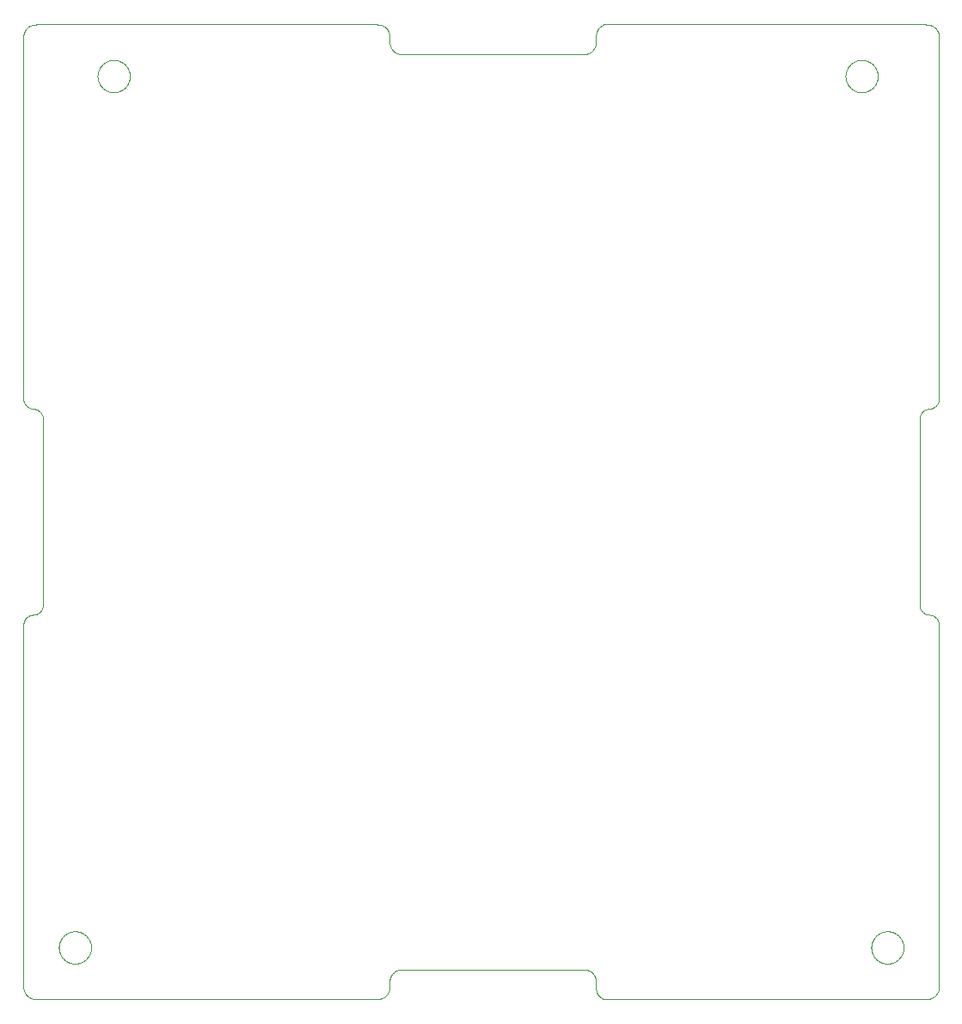
<source format=gbr>
G04 #@! TF.FileFunction,Paste,Bot*
%FSLAX46Y46*%
G04 Gerber Fmt 4.6, Leading zero omitted, Abs format (unit mm)*
G04 Created by KiCad (PCBNEW 4.0.3-1.fc24-product) date Sat Oct 15 21:26:50 2016*
%MOMM*%
%LPD*%
G01*
G04 APERTURE LIST*
%ADD10C,0.100000*%
G04 APERTURE END LIST*
D10*
X148181900Y-143153540D02*
X148181100Y-143103600D01*
X148184200Y-143203440D02*
X148181900Y-143153540D01*
X148188200Y-143253230D02*
X148184200Y-143203440D01*
X148193600Y-143302880D02*
X148188200Y-143253230D01*
X148200700Y-143352330D02*
X148193600Y-143302880D01*
X148209300Y-143401540D02*
X148200700Y-143352330D01*
X148219400Y-143450450D02*
X148209300Y-143401540D01*
X148231000Y-143499020D02*
X148219400Y-143450450D01*
X148244200Y-143547200D02*
X148231000Y-143499020D01*
X148258900Y-143594940D02*
X148244200Y-143547200D01*
X148275100Y-143642190D02*
X148258900Y-143594940D01*
X148292800Y-143688920D02*
X148275100Y-143642190D01*
X148311900Y-143735070D02*
X148292800Y-143688920D01*
X148332400Y-143780590D02*
X148311900Y-143735070D01*
X148354400Y-143825450D02*
X148332400Y-143780590D01*
X148377800Y-143869590D02*
X148354400Y-143825450D01*
X148402500Y-143912980D02*
X148377800Y-143869590D01*
X148428600Y-143955570D02*
X148402500Y-143912980D01*
X148456000Y-143997310D02*
X148428600Y-143955570D01*
X148484800Y-144038180D02*
X148456000Y-143997310D01*
X148514800Y-144078120D02*
X148484800Y-144038180D01*
X148546000Y-144117110D02*
X148514800Y-144078120D01*
X148578400Y-144155090D02*
X148546000Y-144117110D01*
X148612000Y-144192030D02*
X148578400Y-144155090D01*
X148646800Y-144227900D02*
X148612000Y-144192030D01*
X148682700Y-144262660D02*
X148646800Y-144227900D01*
X148719600Y-144296280D02*
X148682700Y-144262660D01*
X148757600Y-144328720D02*
X148719600Y-144296280D01*
X148796600Y-144359950D02*
X148757600Y-144328720D01*
X148836500Y-144389940D02*
X148796600Y-144359950D01*
X148877400Y-144418660D02*
X148836500Y-144389940D01*
X148919100Y-144446080D02*
X148877400Y-144418660D01*
X148961700Y-144472180D02*
X148919100Y-144446080D01*
X149005100Y-144496930D02*
X148961700Y-144472180D01*
X149049300Y-144520300D02*
X149005100Y-144496930D01*
X149094100Y-144542280D02*
X149049300Y-144520300D01*
X149139600Y-144562830D02*
X149094100Y-144542280D01*
X149185800Y-144581940D02*
X149139600Y-144562830D01*
X149232500Y-144599600D02*
X149185800Y-144581940D01*
X149279800Y-144615780D02*
X149232500Y-144599600D01*
X149327500Y-144630470D02*
X149279800Y-144615780D01*
X149375700Y-144643650D02*
X149327500Y-144630470D01*
X149424200Y-144655310D02*
X149375700Y-144643650D01*
X149473200Y-144665440D02*
X149424200Y-144655310D01*
X149522400Y-144674030D02*
X149473200Y-144665440D01*
X149571800Y-144681060D02*
X149522400Y-144674030D01*
X149621500Y-144686540D02*
X149571800Y-144681060D01*
X149671300Y-144690460D02*
X149621500Y-144686540D01*
X149721200Y-144692820D02*
X149671300Y-144690460D01*
X149771100Y-144693600D02*
X149721200Y-144692820D01*
X149821000Y-144692820D02*
X149771100Y-144693600D01*
X149870900Y-144690460D02*
X149821000Y-144692820D01*
X149920700Y-144686540D02*
X149870900Y-144690460D01*
X149970400Y-144681060D02*
X149920700Y-144686540D01*
X150019800Y-144674030D02*
X149970400Y-144681060D01*
X150069000Y-144665440D02*
X150019800Y-144674030D01*
X150117900Y-144655310D02*
X150069000Y-144665440D01*
X150166500Y-144643650D02*
X150117900Y-144655310D01*
X150214700Y-144630470D02*
X150166500Y-144643650D01*
X150262400Y-144615780D02*
X150214700Y-144630470D01*
X150309700Y-144599600D02*
X150262400Y-144615780D01*
X150356400Y-144581940D02*
X150309700Y-144599600D01*
X150402600Y-144562830D02*
X150356400Y-144581940D01*
X150448100Y-144542280D02*
X150402600Y-144562830D01*
X150492900Y-144520300D02*
X150448100Y-144542280D01*
X150537100Y-144496930D02*
X150492900Y-144520300D01*
X150580500Y-144472180D02*
X150537100Y-144496930D01*
X150623100Y-144446080D02*
X150580500Y-144472180D01*
X150664800Y-144418660D02*
X150623100Y-144446080D01*
X150705700Y-144389940D02*
X150664800Y-144418660D01*
X150745600Y-144359950D02*
X150705700Y-144389940D01*
X150784600Y-144328720D02*
X150745600Y-144359950D01*
X150822600Y-144296280D02*
X150784600Y-144328720D01*
X150859500Y-144262660D02*
X150822600Y-144296280D01*
X150895400Y-144227900D02*
X150859500Y-144262660D01*
X150930200Y-144192030D02*
X150895400Y-144227900D01*
X150963800Y-144155090D02*
X150930200Y-144192030D01*
X150996200Y-144117110D02*
X150963800Y-144155090D01*
X151027400Y-144078120D02*
X150996200Y-144117110D01*
X151057400Y-144038180D02*
X151027400Y-144078120D01*
X151086200Y-143997310D02*
X151057400Y-144038180D01*
X151113600Y-143955570D02*
X151086200Y-143997310D01*
X151139700Y-143912980D02*
X151113600Y-143955570D01*
X151164400Y-143869590D02*
X151139700Y-143912980D01*
X151187800Y-143825450D02*
X151164400Y-143869590D01*
X151209800Y-143780590D02*
X151187800Y-143825450D01*
X151230300Y-143735070D02*
X151209800Y-143780590D01*
X151249400Y-143688920D02*
X151230300Y-143735070D01*
X151267100Y-143642190D02*
X151249400Y-143688920D01*
X151283300Y-143594940D02*
X151267100Y-143642190D01*
X151298000Y-143547200D02*
X151283300Y-143594940D01*
X151311200Y-143499020D02*
X151298000Y-143547200D01*
X151322800Y-143450450D02*
X151311200Y-143499020D01*
X151332900Y-143401540D02*
X151322800Y-143450450D01*
X151341500Y-143352330D02*
X151332900Y-143401540D01*
X151348600Y-143302880D02*
X151341500Y-143352330D01*
X151354000Y-143253230D02*
X151348600Y-143302880D01*
X151358000Y-143203440D02*
X151354000Y-143253230D01*
X151360300Y-143153540D02*
X151358000Y-143203440D01*
X151361100Y-143103600D02*
X151360300Y-143153540D01*
X151360300Y-143053660D02*
X151361100Y-143103600D01*
X151358000Y-143003760D02*
X151360300Y-143053660D01*
X151354000Y-142953970D02*
X151358000Y-143003760D01*
X151348600Y-142904320D02*
X151354000Y-142953970D01*
X151341500Y-142854870D02*
X151348600Y-142904320D01*
X151332900Y-142805660D02*
X151341500Y-142854870D01*
X151322800Y-142756750D02*
X151332900Y-142805660D01*
X151311200Y-142708180D02*
X151322800Y-142756750D01*
X151298000Y-142660000D02*
X151311200Y-142708180D01*
X151283300Y-142612260D02*
X151298000Y-142660000D01*
X151267100Y-142565010D02*
X151283300Y-142612260D01*
X151249400Y-142518280D02*
X151267100Y-142565010D01*
X151230300Y-142472140D02*
X151249400Y-142518280D01*
X151209800Y-142426610D02*
X151230300Y-142472140D01*
X151187800Y-142381760D02*
X151209800Y-142426610D01*
X151164400Y-142337610D02*
X151187800Y-142381760D01*
X151139700Y-142294220D02*
X151164400Y-142337610D01*
X151113600Y-142251640D02*
X151139700Y-142294220D01*
X151086200Y-142209890D02*
X151113600Y-142251640D01*
X151057400Y-142169020D02*
X151086200Y-142209890D01*
X151027400Y-142129080D02*
X151057400Y-142169020D01*
X150996200Y-142090100D02*
X151027400Y-142129080D01*
X150963800Y-142052120D02*
X150996200Y-142090100D01*
X150930200Y-142015170D02*
X150963800Y-142052120D01*
X150895400Y-141979300D02*
X150930200Y-142015170D01*
X150859500Y-141944540D02*
X150895400Y-141979300D01*
X150822600Y-141910920D02*
X150859500Y-141944540D01*
X150784600Y-141878480D02*
X150822600Y-141910920D01*
X150745600Y-141847250D02*
X150784600Y-141878480D01*
X150705700Y-141817260D02*
X150745600Y-141847250D01*
X150664800Y-141788540D02*
X150705700Y-141817260D01*
X150623100Y-141761120D02*
X150664800Y-141788540D01*
X150580500Y-141735020D02*
X150623100Y-141761120D01*
X150537100Y-141710270D02*
X150580500Y-141735020D01*
X150492900Y-141686900D02*
X150537100Y-141710270D01*
X150448100Y-141664930D02*
X150492900Y-141686900D01*
X150402600Y-141644370D02*
X150448100Y-141664930D01*
X150356400Y-141625260D02*
X150402600Y-141644370D01*
X150309700Y-141607600D02*
X150356400Y-141625260D01*
X150262400Y-141591420D02*
X150309700Y-141607600D01*
X150214700Y-141576730D02*
X150262400Y-141591420D01*
X150166500Y-141563550D02*
X150214700Y-141576730D01*
X150117900Y-141551890D02*
X150166500Y-141563550D01*
X150069000Y-141541760D02*
X150117900Y-141551890D01*
X150019800Y-141533180D02*
X150069000Y-141541760D01*
X149970400Y-141526140D02*
X150019800Y-141533180D01*
X149920700Y-141520660D02*
X149970400Y-141526140D01*
X149870900Y-141516740D02*
X149920700Y-141520660D01*
X149821000Y-141514380D02*
X149870900Y-141516740D01*
X149771100Y-141513600D02*
X149821000Y-141514380D01*
X149721200Y-141514380D02*
X149771100Y-141513600D01*
X149671300Y-141516740D02*
X149721200Y-141514380D01*
X149621500Y-141520660D02*
X149671300Y-141516740D01*
X149571800Y-141526140D02*
X149621500Y-141520660D01*
X149522400Y-141533180D02*
X149571800Y-141526140D01*
X149473200Y-141541760D02*
X149522400Y-141533180D01*
X149424200Y-141551890D02*
X149473200Y-141541760D01*
X149375700Y-141563550D02*
X149424200Y-141551890D01*
X149327500Y-141576730D02*
X149375700Y-141563550D01*
X149279800Y-141591420D02*
X149327500Y-141576730D01*
X149232500Y-141607600D02*
X149279800Y-141591420D01*
X149185800Y-141625260D02*
X149232500Y-141607600D01*
X149139600Y-141644370D02*
X149185800Y-141625260D01*
X149094100Y-141664930D02*
X149139600Y-141644370D01*
X149049300Y-141686900D02*
X149094100Y-141664930D01*
X149005100Y-141710270D02*
X149049300Y-141686900D01*
X148961700Y-141735020D02*
X149005100Y-141710270D01*
X148919100Y-141761120D02*
X148961700Y-141735020D01*
X148877400Y-141788540D02*
X148919100Y-141761120D01*
X148836500Y-141817260D02*
X148877400Y-141788540D01*
X148796600Y-141847250D02*
X148836500Y-141817260D01*
X148757600Y-141878480D02*
X148796600Y-141847250D01*
X148719600Y-141910920D02*
X148757600Y-141878480D01*
X148682700Y-141944540D02*
X148719600Y-141910920D01*
X148646800Y-141979300D02*
X148682700Y-141944540D01*
X148612000Y-142015170D02*
X148646800Y-141979300D01*
X148578400Y-142052120D02*
X148612000Y-142015170D01*
X148546000Y-142090100D02*
X148578400Y-142052120D01*
X148514800Y-142129080D02*
X148546000Y-142090100D01*
X148484800Y-142169020D02*
X148514800Y-142129080D01*
X148456000Y-142209890D02*
X148484800Y-142169020D01*
X148428600Y-142251640D02*
X148456000Y-142209890D01*
X148402500Y-142294220D02*
X148428600Y-142251640D01*
X148377800Y-142337610D02*
X148402500Y-142294220D01*
X148354400Y-142381760D02*
X148377800Y-142337610D01*
X148332400Y-142426610D02*
X148354400Y-142381760D01*
X148311900Y-142472140D02*
X148332400Y-142426610D01*
X148292800Y-142518280D02*
X148311900Y-142472140D01*
X148275100Y-142565010D02*
X148292800Y-142518280D01*
X148258900Y-142612260D02*
X148275100Y-142565010D01*
X148244200Y-142660000D02*
X148258900Y-142612260D01*
X148231000Y-142708180D02*
X148244200Y-142660000D01*
X148219400Y-142756750D02*
X148231000Y-142708180D01*
X148209300Y-142805660D02*
X148219400Y-142756750D01*
X148200700Y-142854870D02*
X148209300Y-142805660D01*
X148193600Y-142904320D02*
X148200700Y-142854870D01*
X148188200Y-142953970D02*
X148193600Y-142904320D01*
X148184200Y-143003760D02*
X148188200Y-142953970D01*
X148181900Y-143053660D02*
X148184200Y-143003760D01*
X148181100Y-143103600D02*
X148181900Y-143053660D01*
X145641900Y-57423500D02*
X145641100Y-57373600D01*
X145644200Y-57473400D02*
X145641900Y-57423500D01*
X145648200Y-57523200D02*
X145644200Y-57473400D01*
X145653600Y-57572900D02*
X145648200Y-57523200D01*
X145660700Y-57622300D02*
X145653600Y-57572900D01*
X145669300Y-57671500D02*
X145660700Y-57622300D01*
X145679400Y-57720400D02*
X145669300Y-57671500D01*
X145691000Y-57769000D02*
X145679400Y-57720400D01*
X145704200Y-57817200D02*
X145691000Y-57769000D01*
X145718900Y-57864900D02*
X145704200Y-57817200D01*
X145735100Y-57912200D02*
X145718900Y-57864900D01*
X145752800Y-57958900D02*
X145735100Y-57912200D01*
X145771900Y-58005100D02*
X145752800Y-57958900D01*
X145792400Y-58050600D02*
X145771900Y-58005100D01*
X145814400Y-58095400D02*
X145792400Y-58050600D01*
X145837800Y-58139600D02*
X145814400Y-58095400D01*
X145862500Y-58183000D02*
X145837800Y-58139600D01*
X145888600Y-58225600D02*
X145862500Y-58183000D01*
X145916000Y-58267300D02*
X145888600Y-58225600D01*
X145944800Y-58308200D02*
X145916000Y-58267300D01*
X145974800Y-58348100D02*
X145944800Y-58308200D01*
X146006000Y-58387100D02*
X145974800Y-58348100D01*
X146038400Y-58425100D02*
X146006000Y-58387100D01*
X146072000Y-58462000D02*
X146038400Y-58425100D01*
X146106800Y-58497900D02*
X146072000Y-58462000D01*
X146142700Y-58532700D02*
X146106800Y-58497900D01*
X146179600Y-58566300D02*
X146142700Y-58532700D01*
X146217600Y-58598700D02*
X146179600Y-58566300D01*
X146256600Y-58630000D02*
X146217600Y-58598700D01*
X146296500Y-58659900D02*
X146256600Y-58630000D01*
X146337400Y-58688700D02*
X146296500Y-58659900D01*
X146379100Y-58716100D02*
X146337400Y-58688700D01*
X146421700Y-58742200D02*
X146379100Y-58716100D01*
X146465100Y-58766900D02*
X146421700Y-58742200D01*
X146509300Y-58790300D02*
X146465100Y-58766900D01*
X146554100Y-58812300D02*
X146509300Y-58790300D01*
X146599600Y-58832800D02*
X146554100Y-58812300D01*
X146645800Y-58851900D02*
X146599600Y-58832800D01*
X146692500Y-58869600D02*
X146645800Y-58851900D01*
X146739800Y-58885800D02*
X146692500Y-58869600D01*
X146787500Y-58900500D02*
X146739800Y-58885800D01*
X146835700Y-58913600D02*
X146787500Y-58900500D01*
X146884300Y-58925300D02*
X146835700Y-58913600D01*
X146933200Y-58935400D02*
X146884300Y-58925300D01*
X146982400Y-58944000D02*
X146933200Y-58935400D01*
X147031800Y-58951100D02*
X146982400Y-58944000D01*
X147081500Y-58956500D02*
X147031800Y-58951100D01*
X147131300Y-58960500D02*
X147081500Y-58956500D01*
X147181200Y-58962800D02*
X147131300Y-58960500D01*
X147231100Y-58963600D02*
X147181200Y-58962800D01*
X147281000Y-58962800D02*
X147231100Y-58963600D01*
X147330900Y-58960500D02*
X147281000Y-58962800D01*
X147380700Y-58956500D02*
X147330900Y-58960500D01*
X147430400Y-58951100D02*
X147380700Y-58956500D01*
X147479800Y-58944000D02*
X147430400Y-58951100D01*
X147529000Y-58935400D02*
X147479800Y-58944000D01*
X147578000Y-58925300D02*
X147529000Y-58935400D01*
X147626500Y-58913600D02*
X147578000Y-58925300D01*
X147674700Y-58900500D02*
X147626500Y-58913600D01*
X147722400Y-58885800D02*
X147674700Y-58900500D01*
X147769700Y-58869600D02*
X147722400Y-58885800D01*
X147816400Y-58851900D02*
X147769700Y-58869600D01*
X147862600Y-58832800D02*
X147816400Y-58851900D01*
X147908100Y-58812300D02*
X147862600Y-58832800D01*
X147952900Y-58790300D02*
X147908100Y-58812300D01*
X147997100Y-58766900D02*
X147952900Y-58790300D01*
X148040500Y-58742200D02*
X147997100Y-58766900D01*
X148083100Y-58716100D02*
X148040500Y-58742200D01*
X148124800Y-58688700D02*
X148083100Y-58716100D01*
X148165700Y-58659900D02*
X148124800Y-58688700D01*
X148205600Y-58630000D02*
X148165700Y-58659900D01*
X148244600Y-58598700D02*
X148205600Y-58630000D01*
X148282600Y-58566300D02*
X148244600Y-58598700D01*
X148319500Y-58532700D02*
X148282600Y-58566300D01*
X148355400Y-58497900D02*
X148319500Y-58532700D01*
X148390200Y-58462000D02*
X148355400Y-58497900D01*
X148423800Y-58425100D02*
X148390200Y-58462000D01*
X148456200Y-58387100D02*
X148423800Y-58425100D01*
X148487400Y-58348100D02*
X148456200Y-58387100D01*
X148517400Y-58308200D02*
X148487400Y-58348100D01*
X148546200Y-58267300D02*
X148517400Y-58308200D01*
X148573600Y-58225600D02*
X148546200Y-58267300D01*
X148599700Y-58183000D02*
X148573600Y-58225600D01*
X148624400Y-58139600D02*
X148599700Y-58183000D01*
X148647800Y-58095400D02*
X148624400Y-58139600D01*
X148669800Y-58050600D02*
X148647800Y-58095400D01*
X148690300Y-58005100D02*
X148669800Y-58050600D01*
X148709400Y-57958900D02*
X148690300Y-58005100D01*
X148727100Y-57912200D02*
X148709400Y-57958900D01*
X148743300Y-57864900D02*
X148727100Y-57912200D01*
X148758000Y-57817200D02*
X148743300Y-57864900D01*
X148771100Y-57769000D02*
X148758000Y-57817200D01*
X148782800Y-57720400D02*
X148771100Y-57769000D01*
X148792900Y-57671500D02*
X148782800Y-57720400D01*
X148801500Y-57622300D02*
X148792900Y-57671500D01*
X148808600Y-57572900D02*
X148801500Y-57622300D01*
X148814000Y-57523200D02*
X148808600Y-57572900D01*
X148818000Y-57473400D02*
X148814000Y-57523200D01*
X148820300Y-57423500D02*
X148818000Y-57473400D01*
X148821100Y-57373600D02*
X148820300Y-57423500D01*
X148820300Y-57323700D02*
X148821100Y-57373600D01*
X148818000Y-57273800D02*
X148820300Y-57323700D01*
X148814000Y-57224000D02*
X148818000Y-57273800D01*
X148808600Y-57174300D02*
X148814000Y-57224000D01*
X148801500Y-57124900D02*
X148808600Y-57174300D01*
X148792900Y-57075700D02*
X148801500Y-57124900D01*
X148782800Y-57026800D02*
X148792900Y-57075700D01*
X148771100Y-56978200D02*
X148782800Y-57026800D01*
X148758000Y-56930000D02*
X148771100Y-56978200D01*
X148743300Y-56882300D02*
X148758000Y-56930000D01*
X148727100Y-56835000D02*
X148743300Y-56882300D01*
X148709400Y-56788300D02*
X148727100Y-56835000D01*
X148690300Y-56742100D02*
X148709400Y-56788300D01*
X148669800Y-56696600D02*
X148690300Y-56742100D01*
X148647800Y-56651800D02*
X148669800Y-56696600D01*
X148624400Y-56607600D02*
X148647800Y-56651800D01*
X148599700Y-56564200D02*
X148624400Y-56607600D01*
X148573600Y-56521600D02*
X148599700Y-56564200D01*
X148546200Y-56479900D02*
X148573600Y-56521600D01*
X148517400Y-56439000D02*
X148546200Y-56479900D01*
X148487400Y-56399100D02*
X148517400Y-56439000D01*
X148456200Y-56360100D02*
X148487400Y-56399100D01*
X148423800Y-56322100D02*
X148456200Y-56360100D01*
X148390200Y-56285200D02*
X148423800Y-56322100D01*
X148355400Y-56249300D02*
X148390200Y-56285200D01*
X148319500Y-56214500D02*
X148355400Y-56249300D01*
X148282600Y-56180900D02*
X148319500Y-56214500D01*
X148244600Y-56148500D02*
X148282600Y-56180900D01*
X148205600Y-56117300D02*
X148244600Y-56148500D01*
X148165700Y-56087300D02*
X148205600Y-56117300D01*
X148124800Y-56058500D02*
X148165700Y-56087300D01*
X148083100Y-56031100D02*
X148124800Y-56058500D01*
X148040500Y-56005000D02*
X148083100Y-56031100D01*
X147997100Y-55980300D02*
X148040500Y-56005000D01*
X147952900Y-55956900D02*
X147997100Y-55980300D01*
X147908100Y-55934900D02*
X147952900Y-55956900D01*
X147862600Y-55914400D02*
X147908100Y-55934900D01*
X147816400Y-55895300D02*
X147862600Y-55914400D01*
X147769700Y-55877600D02*
X147816400Y-55895300D01*
X147722400Y-55861400D02*
X147769700Y-55877600D01*
X147674700Y-55846700D02*
X147722400Y-55861400D01*
X147626500Y-55833600D02*
X147674700Y-55846700D01*
X147578000Y-55821900D02*
X147626500Y-55833600D01*
X147529000Y-55811800D02*
X147578000Y-55821900D01*
X147479800Y-55803200D02*
X147529000Y-55811800D01*
X147430400Y-55796100D02*
X147479800Y-55803200D01*
X147380700Y-55790700D02*
X147430400Y-55796100D01*
X147330900Y-55786700D02*
X147380700Y-55790700D01*
X147281000Y-55784400D02*
X147330900Y-55786700D01*
X147231100Y-55783600D02*
X147281000Y-55784400D01*
X147181200Y-55784400D02*
X147231100Y-55783600D01*
X147131300Y-55786700D02*
X147181200Y-55784400D01*
X147081500Y-55790700D02*
X147131300Y-55786700D01*
X147031800Y-55796100D02*
X147081500Y-55790700D01*
X146982400Y-55803200D02*
X147031800Y-55796100D01*
X146933200Y-55811800D02*
X146982400Y-55803200D01*
X146884300Y-55821900D02*
X146933200Y-55811800D01*
X146835700Y-55833600D02*
X146884300Y-55821900D01*
X146787500Y-55846700D02*
X146835700Y-55833600D01*
X146739800Y-55861400D02*
X146787500Y-55846700D01*
X146692500Y-55877600D02*
X146739800Y-55861400D01*
X146645800Y-55895300D02*
X146692500Y-55877600D01*
X146599600Y-55914400D02*
X146645800Y-55895300D01*
X146554100Y-55934900D02*
X146599600Y-55914400D01*
X146509300Y-55956900D02*
X146554100Y-55934900D01*
X146465100Y-55980300D02*
X146509300Y-55956900D01*
X146421700Y-56005000D02*
X146465100Y-55980300D01*
X146379100Y-56031100D02*
X146421700Y-56005000D01*
X146337400Y-56058500D02*
X146379100Y-56031100D01*
X146296500Y-56087300D02*
X146337400Y-56058500D01*
X146256600Y-56117300D02*
X146296500Y-56087300D01*
X146217600Y-56148500D02*
X146256600Y-56117300D01*
X146179600Y-56180900D02*
X146217600Y-56148500D01*
X146142700Y-56214500D02*
X146179600Y-56180900D01*
X146106800Y-56249300D02*
X146142700Y-56214500D01*
X146072000Y-56285200D02*
X146106800Y-56249300D01*
X146038400Y-56322100D02*
X146072000Y-56285200D01*
X146006000Y-56360100D02*
X146038400Y-56322100D01*
X145974800Y-56399100D02*
X146006000Y-56360100D01*
X145944800Y-56439000D02*
X145974800Y-56399100D01*
X145916000Y-56479900D02*
X145944800Y-56439000D01*
X145888600Y-56521600D02*
X145916000Y-56479900D01*
X145862500Y-56564200D02*
X145888600Y-56521600D01*
X145837800Y-56607600D02*
X145862500Y-56564200D01*
X145814400Y-56651800D02*
X145837800Y-56607600D01*
X145792400Y-56696600D02*
X145814400Y-56651800D01*
X145771900Y-56742100D02*
X145792400Y-56696600D01*
X145752800Y-56788300D02*
X145771900Y-56742100D01*
X145735100Y-56835000D02*
X145752800Y-56788300D01*
X145718900Y-56882300D02*
X145735100Y-56835000D01*
X145704200Y-56930000D02*
X145718900Y-56882300D01*
X145691000Y-56978200D02*
X145704200Y-56930000D01*
X145679400Y-57026800D02*
X145691000Y-56978200D01*
X145669300Y-57075700D02*
X145679400Y-57026800D01*
X145660700Y-57124900D02*
X145669300Y-57075700D01*
X145653600Y-57174300D02*
X145660700Y-57124900D01*
X145648200Y-57224000D02*
X145653600Y-57174300D01*
X145644200Y-57273800D02*
X145648200Y-57224000D01*
X145641900Y-57323700D02*
X145644200Y-57273800D01*
X145641100Y-57373600D02*
X145641900Y-57323700D01*
X71981880Y-57423500D02*
X71981100Y-57373600D01*
X71984240Y-57473400D02*
X71981880Y-57423500D01*
X71988160Y-57523200D02*
X71984240Y-57473400D01*
X71993640Y-57572900D02*
X71988160Y-57523200D01*
X72000680Y-57622300D02*
X71993640Y-57572900D01*
X72009260Y-57671500D02*
X72000680Y-57622300D01*
X72019390Y-57720400D02*
X72009260Y-57671500D01*
X72031050Y-57769000D02*
X72019390Y-57720400D01*
X72044230Y-57817200D02*
X72031050Y-57769000D01*
X72058920Y-57864900D02*
X72044230Y-57817200D01*
X72075100Y-57912200D02*
X72058920Y-57864900D01*
X72092750Y-57958900D02*
X72075100Y-57912200D01*
X72111870Y-58005100D02*
X72092750Y-57958900D01*
X72132420Y-58050600D02*
X72111870Y-58005100D01*
X72154400Y-58095400D02*
X72132420Y-58050600D01*
X72177770Y-58139600D02*
X72154400Y-58095400D01*
X72202520Y-58183000D02*
X72177770Y-58139600D01*
X72228620Y-58225600D02*
X72202520Y-58183000D01*
X72256040Y-58267300D02*
X72228620Y-58225600D01*
X72284760Y-58308200D02*
X72256040Y-58267300D01*
X72314750Y-58348100D02*
X72284760Y-58308200D01*
X72345980Y-58387100D02*
X72314750Y-58348100D01*
X72378420Y-58425100D02*
X72345980Y-58387100D01*
X72412040Y-58462000D02*
X72378420Y-58425100D01*
X72446800Y-58497900D02*
X72412040Y-58462000D01*
X72482670Y-58532700D02*
X72446800Y-58497900D01*
X72519610Y-58566300D02*
X72482670Y-58532700D01*
X72557600Y-58598700D02*
X72519610Y-58566300D01*
X72596580Y-58630000D02*
X72557600Y-58598700D01*
X72636520Y-58659900D02*
X72596580Y-58630000D01*
X72677390Y-58688700D02*
X72636520Y-58659900D01*
X72719140Y-58716100D02*
X72677390Y-58688700D01*
X72761720Y-58742200D02*
X72719140Y-58716100D01*
X72805110Y-58766900D02*
X72761720Y-58742200D01*
X72849250Y-58790300D02*
X72805110Y-58766900D01*
X72894110Y-58812300D02*
X72849250Y-58790300D01*
X72939630Y-58832800D02*
X72894110Y-58812300D01*
X72985780Y-58851900D02*
X72939630Y-58832800D01*
X73032510Y-58869600D02*
X72985780Y-58851900D01*
X73079760Y-58885800D02*
X73032510Y-58869600D01*
X73127500Y-58900500D02*
X73079760Y-58885800D01*
X73175680Y-58913600D02*
X73127500Y-58900500D01*
X73224250Y-58925300D02*
X73175680Y-58913600D01*
X73273160Y-58935400D02*
X73224250Y-58925300D01*
X73322370Y-58944000D02*
X73273160Y-58935400D01*
X73371820Y-58951100D02*
X73322370Y-58944000D01*
X73421470Y-58956500D02*
X73371820Y-58951100D01*
X73471260Y-58960500D02*
X73421470Y-58956500D01*
X73521160Y-58962800D02*
X73471260Y-58960500D01*
X73571100Y-58963600D02*
X73521160Y-58962800D01*
X73621040Y-58962800D02*
X73571100Y-58963600D01*
X73670940Y-58960500D02*
X73621040Y-58962800D01*
X73720730Y-58956500D02*
X73670940Y-58960500D01*
X73770380Y-58951100D02*
X73720730Y-58956500D01*
X73819830Y-58944000D02*
X73770380Y-58951100D01*
X73869040Y-58935400D02*
X73819830Y-58944000D01*
X73917950Y-58925300D02*
X73869040Y-58935400D01*
X73966520Y-58913600D02*
X73917950Y-58925300D01*
X74014700Y-58900500D02*
X73966520Y-58913600D01*
X74062440Y-58885800D02*
X74014700Y-58900500D01*
X74109690Y-58869600D02*
X74062440Y-58885800D01*
X74156420Y-58851900D02*
X74109690Y-58869600D01*
X74202560Y-58832800D02*
X74156420Y-58851900D01*
X74248090Y-58812300D02*
X74202560Y-58832800D01*
X74292940Y-58790300D02*
X74248090Y-58812300D01*
X74337090Y-58766900D02*
X74292940Y-58790300D01*
X74380480Y-58742200D02*
X74337090Y-58766900D01*
X74423060Y-58716100D02*
X74380480Y-58742200D01*
X74464810Y-58688700D02*
X74423060Y-58716100D01*
X74505680Y-58659900D02*
X74464810Y-58688700D01*
X74545620Y-58630000D02*
X74505680Y-58659900D01*
X74584600Y-58598700D02*
X74545620Y-58630000D01*
X74622590Y-58566300D02*
X74584600Y-58598700D01*
X74659530Y-58532700D02*
X74622590Y-58566300D01*
X74695400Y-58497900D02*
X74659530Y-58532700D01*
X74730200Y-58462000D02*
X74695400Y-58497900D01*
X74763800Y-58425100D02*
X74730200Y-58462000D01*
X74796200Y-58387100D02*
X74763800Y-58425100D01*
X74827400Y-58348100D02*
X74796200Y-58387100D01*
X74857400Y-58308200D02*
X74827400Y-58348100D01*
X74886200Y-58267300D02*
X74857400Y-58308200D01*
X74913600Y-58225600D02*
X74886200Y-58267300D01*
X74939700Y-58183000D02*
X74913600Y-58225600D01*
X74964400Y-58139600D02*
X74939700Y-58183000D01*
X74987800Y-58095400D02*
X74964400Y-58139600D01*
X75009800Y-58050600D02*
X74987800Y-58095400D01*
X75030300Y-58005100D02*
X75009800Y-58050600D01*
X75049400Y-57958900D02*
X75030300Y-58005100D01*
X75067100Y-57912200D02*
X75049400Y-57958900D01*
X75083300Y-57864900D02*
X75067100Y-57912200D01*
X75098000Y-57817200D02*
X75083300Y-57864900D01*
X75111100Y-57769000D02*
X75098000Y-57817200D01*
X75122800Y-57720400D02*
X75111100Y-57769000D01*
X75132900Y-57671500D02*
X75122800Y-57720400D01*
X75141500Y-57622300D02*
X75132900Y-57671500D01*
X75148600Y-57572900D02*
X75141500Y-57622300D01*
X75154000Y-57523200D02*
X75148600Y-57572900D01*
X75158000Y-57473400D02*
X75154000Y-57523200D01*
X75160300Y-57423500D02*
X75158000Y-57473400D01*
X75161100Y-57373600D02*
X75160300Y-57423500D01*
X75160300Y-57323700D02*
X75161100Y-57373600D01*
X75158000Y-57273800D02*
X75160300Y-57323700D01*
X75154000Y-57224000D02*
X75158000Y-57273800D01*
X75148600Y-57174300D02*
X75154000Y-57224000D01*
X75141500Y-57124900D02*
X75148600Y-57174300D01*
X75132900Y-57075700D02*
X75141500Y-57124900D01*
X75122800Y-57026800D02*
X75132900Y-57075700D01*
X75111100Y-56978200D02*
X75122800Y-57026800D01*
X75098000Y-56930000D02*
X75111100Y-56978200D01*
X75083300Y-56882300D02*
X75098000Y-56930000D01*
X75067100Y-56835000D02*
X75083300Y-56882300D01*
X75049400Y-56788300D02*
X75067100Y-56835000D01*
X75030300Y-56742100D02*
X75049400Y-56788300D01*
X75009800Y-56696600D02*
X75030300Y-56742100D01*
X74987800Y-56651800D02*
X75009800Y-56696600D01*
X74964400Y-56607600D02*
X74987800Y-56651800D01*
X74939700Y-56564200D02*
X74964400Y-56607600D01*
X74913600Y-56521600D02*
X74939700Y-56564200D01*
X74886200Y-56479900D02*
X74913600Y-56521600D01*
X74857400Y-56439000D02*
X74886200Y-56479900D01*
X74827400Y-56399100D02*
X74857400Y-56439000D01*
X74796200Y-56360100D02*
X74827400Y-56399100D01*
X74763800Y-56322100D02*
X74796200Y-56360100D01*
X74730200Y-56285200D02*
X74763800Y-56322100D01*
X74695400Y-56249300D02*
X74730200Y-56285200D01*
X74659530Y-56214500D02*
X74695400Y-56249300D01*
X74622590Y-56180900D02*
X74659530Y-56214500D01*
X74584600Y-56148500D02*
X74622590Y-56180900D01*
X74545620Y-56117300D02*
X74584600Y-56148500D01*
X74505680Y-56087300D02*
X74545620Y-56117300D01*
X74464810Y-56058500D02*
X74505680Y-56087300D01*
X74423060Y-56031100D02*
X74464810Y-56058500D01*
X74380480Y-56005000D02*
X74423060Y-56031100D01*
X74337090Y-55980300D02*
X74380480Y-56005000D01*
X74292940Y-55956900D02*
X74337090Y-55980300D01*
X74248090Y-55934900D02*
X74292940Y-55956900D01*
X74202560Y-55914400D02*
X74248090Y-55934900D01*
X74156420Y-55895300D02*
X74202560Y-55914400D01*
X74109690Y-55877600D02*
X74156420Y-55895300D01*
X74062440Y-55861400D02*
X74109690Y-55877600D01*
X74014700Y-55846700D02*
X74062440Y-55861400D01*
X73966520Y-55833600D02*
X74014700Y-55846700D01*
X73917950Y-55821900D02*
X73966520Y-55833600D01*
X73869040Y-55811800D02*
X73917950Y-55821900D01*
X73819830Y-55803200D02*
X73869040Y-55811800D01*
X73770380Y-55796100D02*
X73819830Y-55803200D01*
X73720730Y-55790700D02*
X73770380Y-55796100D01*
X73670940Y-55786700D02*
X73720730Y-55790700D01*
X73621040Y-55784400D02*
X73670940Y-55786700D01*
X73571100Y-55783600D02*
X73621040Y-55784400D01*
X73521160Y-55784400D02*
X73571100Y-55783600D01*
X73471260Y-55786700D02*
X73521160Y-55784400D01*
X73421470Y-55790700D02*
X73471260Y-55786700D01*
X73371820Y-55796100D02*
X73421470Y-55790700D01*
X73322370Y-55803200D02*
X73371820Y-55796100D01*
X73273160Y-55811800D02*
X73322370Y-55803200D01*
X73224250Y-55821900D02*
X73273160Y-55811800D01*
X73175680Y-55833600D02*
X73224250Y-55821900D01*
X73127500Y-55846700D02*
X73175680Y-55833600D01*
X73079760Y-55861400D02*
X73127500Y-55846700D01*
X73032510Y-55877600D02*
X73079760Y-55861400D01*
X72985780Y-55895300D02*
X73032510Y-55877600D01*
X72939630Y-55914400D02*
X72985780Y-55895300D01*
X72894110Y-55934900D02*
X72939630Y-55914400D01*
X72849250Y-55956900D02*
X72894110Y-55934900D01*
X72805110Y-55980300D02*
X72849250Y-55956900D01*
X72761720Y-56005000D02*
X72805110Y-55980300D01*
X72719140Y-56031100D02*
X72761720Y-56005000D01*
X72677390Y-56058500D02*
X72719140Y-56031100D01*
X72636520Y-56087300D02*
X72677390Y-56058500D01*
X72596580Y-56117300D02*
X72636520Y-56087300D01*
X72557600Y-56148500D02*
X72596580Y-56117300D01*
X72519610Y-56180900D02*
X72557600Y-56148500D01*
X72482670Y-56214500D02*
X72519610Y-56180900D01*
X72446800Y-56249300D02*
X72482670Y-56214500D01*
X72412040Y-56285200D02*
X72446800Y-56249300D01*
X72378420Y-56322100D02*
X72412040Y-56285200D01*
X72345980Y-56360100D02*
X72378420Y-56322100D01*
X72314750Y-56399100D02*
X72345980Y-56360100D01*
X72284760Y-56439000D02*
X72314750Y-56399100D01*
X72256040Y-56479900D02*
X72284760Y-56439000D01*
X72228620Y-56521600D02*
X72256040Y-56479900D01*
X72202520Y-56564200D02*
X72228620Y-56521600D01*
X72177770Y-56607600D02*
X72202520Y-56564200D01*
X72154400Y-56651800D02*
X72177770Y-56607600D01*
X72132420Y-56696600D02*
X72154400Y-56651800D01*
X72111870Y-56742100D02*
X72132420Y-56696600D01*
X72092750Y-56788300D02*
X72111870Y-56742100D01*
X72075100Y-56835000D02*
X72092750Y-56788300D01*
X72058920Y-56882300D02*
X72075100Y-56835000D01*
X72044230Y-56930000D02*
X72058920Y-56882300D01*
X72031050Y-56978200D02*
X72044230Y-56930000D01*
X72019390Y-57026800D02*
X72031050Y-56978200D01*
X72009260Y-57075700D02*
X72019390Y-57026800D01*
X72000680Y-57124900D02*
X72009260Y-57075700D01*
X71993640Y-57174300D02*
X72000680Y-57124900D01*
X71988160Y-57224000D02*
X71993640Y-57174300D01*
X71984240Y-57273800D02*
X71988160Y-57224000D01*
X71981880Y-57323700D02*
X71984240Y-57273800D01*
X71981100Y-57373600D02*
X71981880Y-57323700D01*
X68171880Y-143153540D02*
X68171100Y-143103600D01*
X68174240Y-143203440D02*
X68171880Y-143153540D01*
X68178160Y-143253230D02*
X68174240Y-143203440D01*
X68183640Y-143302880D02*
X68178160Y-143253230D01*
X68190670Y-143352330D02*
X68183640Y-143302880D01*
X68199260Y-143401540D02*
X68190670Y-143352330D01*
X68209390Y-143450450D02*
X68199260Y-143401540D01*
X68221050Y-143499020D02*
X68209390Y-143450450D01*
X68234230Y-143547200D02*
X68221050Y-143499020D01*
X68248920Y-143594940D02*
X68234230Y-143547200D01*
X68265100Y-143642190D02*
X68248920Y-143594940D01*
X68282760Y-143688920D02*
X68265100Y-143642190D01*
X68301870Y-143735070D02*
X68282760Y-143688920D01*
X68322420Y-143780590D02*
X68301870Y-143735070D01*
X68344400Y-143825450D02*
X68322420Y-143780590D01*
X68367770Y-143869590D02*
X68344400Y-143825450D01*
X68392520Y-143912980D02*
X68367770Y-143869590D01*
X68418620Y-143955570D02*
X68392520Y-143912980D01*
X68446040Y-143997310D02*
X68418620Y-143955570D01*
X68474760Y-144038180D02*
X68446040Y-143997310D01*
X68504750Y-144078120D02*
X68474760Y-144038180D01*
X68535980Y-144117110D02*
X68504750Y-144078120D01*
X68568420Y-144155090D02*
X68535980Y-144117110D01*
X68602040Y-144192030D02*
X68568420Y-144155090D01*
X68636800Y-144227900D02*
X68602040Y-144192030D01*
X68672670Y-144262660D02*
X68636800Y-144227900D01*
X68709610Y-144296280D02*
X68672670Y-144262660D01*
X68747590Y-144328720D02*
X68709610Y-144296280D01*
X68786580Y-144359950D02*
X68747590Y-144328720D01*
X68826520Y-144389940D02*
X68786580Y-144359950D01*
X68867390Y-144418660D02*
X68826520Y-144389940D01*
X68909130Y-144446080D02*
X68867390Y-144418660D01*
X68951720Y-144472180D02*
X68909130Y-144446080D01*
X68995110Y-144496930D02*
X68951720Y-144472180D01*
X69039250Y-144520300D02*
X68995110Y-144496930D01*
X69084110Y-144542280D02*
X69039250Y-144520300D01*
X69129630Y-144562830D02*
X69084110Y-144542280D01*
X69175780Y-144581940D02*
X69129630Y-144562830D01*
X69222510Y-144599600D02*
X69175780Y-144581940D01*
X69269760Y-144615780D02*
X69222510Y-144599600D01*
X69317500Y-144630470D02*
X69269760Y-144615780D01*
X69365680Y-144643650D02*
X69317500Y-144630470D01*
X69414250Y-144655310D02*
X69365680Y-144643650D01*
X69463160Y-144665440D02*
X69414250Y-144655310D01*
X69512370Y-144674030D02*
X69463160Y-144665440D01*
X69561820Y-144681060D02*
X69512370Y-144674030D01*
X69611470Y-144686540D02*
X69561820Y-144681060D01*
X69661260Y-144690460D02*
X69611470Y-144686540D01*
X69711160Y-144692820D02*
X69661260Y-144690460D01*
X69761100Y-144693600D02*
X69711160Y-144692820D01*
X69811040Y-144692820D02*
X69761100Y-144693600D01*
X69860940Y-144690460D02*
X69811040Y-144692820D01*
X69910730Y-144686540D02*
X69860940Y-144690460D01*
X69960380Y-144681060D02*
X69910730Y-144686540D01*
X70009830Y-144674030D02*
X69960380Y-144681060D01*
X70059040Y-144665440D02*
X70009830Y-144674030D01*
X70107950Y-144655310D02*
X70059040Y-144665440D01*
X70156520Y-144643650D02*
X70107950Y-144655310D01*
X70204700Y-144630470D02*
X70156520Y-144643650D01*
X70252440Y-144615780D02*
X70204700Y-144630470D01*
X70299690Y-144599600D02*
X70252440Y-144615780D01*
X70346420Y-144581940D02*
X70299690Y-144599600D01*
X70392560Y-144562830D02*
X70346420Y-144581940D01*
X70438090Y-144542280D02*
X70392560Y-144562830D01*
X70482940Y-144520300D02*
X70438090Y-144542280D01*
X70527090Y-144496930D02*
X70482940Y-144520300D01*
X70570480Y-144472180D02*
X70527090Y-144496930D01*
X70613060Y-144446080D02*
X70570480Y-144472180D01*
X70654810Y-144418660D02*
X70613060Y-144446080D01*
X70695680Y-144389940D02*
X70654810Y-144418660D01*
X70735620Y-144359950D02*
X70695680Y-144389940D01*
X70774600Y-144328720D02*
X70735620Y-144359950D01*
X70812580Y-144296280D02*
X70774600Y-144328720D01*
X70849530Y-144262660D02*
X70812580Y-144296280D01*
X70885400Y-144227900D02*
X70849530Y-144262660D01*
X70920160Y-144192030D02*
X70885400Y-144227900D01*
X70953780Y-144155090D02*
X70920160Y-144192030D01*
X70986220Y-144117110D02*
X70953780Y-144155090D01*
X71017450Y-144078120D02*
X70986220Y-144117110D01*
X71047440Y-144038180D02*
X71017450Y-144078120D01*
X71076160Y-143997310D02*
X71047440Y-144038180D01*
X71103580Y-143955570D02*
X71076160Y-143997310D01*
X71129680Y-143912980D02*
X71103580Y-143955570D01*
X71154430Y-143869590D02*
X71129680Y-143912980D01*
X71177800Y-143825450D02*
X71154430Y-143869590D01*
X71199770Y-143780590D02*
X71177800Y-143825450D01*
X71220330Y-143735070D02*
X71199770Y-143780590D01*
X71239440Y-143688920D02*
X71220330Y-143735070D01*
X71257100Y-143642190D02*
X71239440Y-143688920D01*
X71273280Y-143594940D02*
X71257100Y-143642190D01*
X71287970Y-143547200D02*
X71273280Y-143594940D01*
X71301150Y-143499020D02*
X71287970Y-143547200D01*
X71312810Y-143450450D02*
X71301150Y-143499020D01*
X71322940Y-143401540D02*
X71312810Y-143450450D01*
X71331520Y-143352330D02*
X71322940Y-143401540D01*
X71338560Y-143302880D02*
X71331520Y-143352330D01*
X71344040Y-143253230D02*
X71338560Y-143302880D01*
X71347960Y-143203440D02*
X71344040Y-143253230D01*
X71350320Y-143153540D02*
X71347960Y-143203440D01*
X71351100Y-143103600D02*
X71350320Y-143153540D01*
X71350320Y-143053660D02*
X71351100Y-143103600D01*
X71347960Y-143003760D02*
X71350320Y-143053660D01*
X71344040Y-142953970D02*
X71347960Y-143003760D01*
X71338560Y-142904320D02*
X71344040Y-142953970D01*
X71331520Y-142854870D02*
X71338560Y-142904320D01*
X71322940Y-142805660D02*
X71331520Y-142854870D01*
X71312810Y-142756750D02*
X71322940Y-142805660D01*
X71301150Y-142708180D02*
X71312810Y-142756750D01*
X71287970Y-142660000D02*
X71301150Y-142708180D01*
X71273280Y-142612260D02*
X71287970Y-142660000D01*
X71257100Y-142565010D02*
X71273280Y-142612260D01*
X71239440Y-142518280D02*
X71257100Y-142565010D01*
X71220330Y-142472140D02*
X71239440Y-142518280D01*
X71199770Y-142426610D02*
X71220330Y-142472140D01*
X71177800Y-142381760D02*
X71199770Y-142426610D01*
X71154430Y-142337610D02*
X71177800Y-142381760D01*
X71129680Y-142294220D02*
X71154430Y-142337610D01*
X71103580Y-142251640D02*
X71129680Y-142294220D01*
X71076160Y-142209890D02*
X71103580Y-142251640D01*
X71047440Y-142169020D02*
X71076160Y-142209890D01*
X71017450Y-142129080D02*
X71047440Y-142169020D01*
X70986220Y-142090100D02*
X71017450Y-142129080D01*
X70953780Y-142052120D02*
X70986220Y-142090100D01*
X70920160Y-142015170D02*
X70953780Y-142052120D01*
X70885400Y-141979300D02*
X70920160Y-142015170D01*
X70849530Y-141944540D02*
X70885400Y-141979300D01*
X70812580Y-141910920D02*
X70849530Y-141944540D01*
X70774600Y-141878480D02*
X70812580Y-141910920D01*
X70735620Y-141847250D02*
X70774600Y-141878480D01*
X70695680Y-141817260D02*
X70735620Y-141847250D01*
X70654810Y-141788540D02*
X70695680Y-141817260D01*
X70613060Y-141761120D02*
X70654810Y-141788540D01*
X70570480Y-141735020D02*
X70613060Y-141761120D01*
X70527090Y-141710270D02*
X70570480Y-141735020D01*
X70482940Y-141686900D02*
X70527090Y-141710270D01*
X70438090Y-141664930D02*
X70482940Y-141686900D01*
X70392560Y-141644370D02*
X70438090Y-141664930D01*
X70346420Y-141625260D02*
X70392560Y-141644370D01*
X70299690Y-141607600D02*
X70346420Y-141625260D01*
X70252440Y-141591420D02*
X70299690Y-141607600D01*
X70204700Y-141576730D02*
X70252440Y-141591420D01*
X70156520Y-141563550D02*
X70204700Y-141576730D01*
X70107950Y-141551890D02*
X70156520Y-141563550D01*
X70059040Y-141541760D02*
X70107950Y-141551890D01*
X70009830Y-141533180D02*
X70059040Y-141541760D01*
X69960380Y-141526140D02*
X70009830Y-141533180D01*
X69910730Y-141520660D02*
X69960380Y-141526140D01*
X69860940Y-141516740D02*
X69910730Y-141520660D01*
X69811040Y-141514380D02*
X69860940Y-141516740D01*
X69761100Y-141513600D02*
X69811040Y-141514380D01*
X69711160Y-141514380D02*
X69761100Y-141513600D01*
X69661260Y-141516740D02*
X69711160Y-141514380D01*
X69611470Y-141520660D02*
X69661260Y-141516740D01*
X69561820Y-141526140D02*
X69611470Y-141520660D01*
X69512370Y-141533180D02*
X69561820Y-141526140D01*
X69463160Y-141541760D02*
X69512370Y-141533180D01*
X69414250Y-141551890D02*
X69463160Y-141541760D01*
X69365680Y-141563550D02*
X69414250Y-141551890D01*
X69317500Y-141576730D02*
X69365680Y-141563550D01*
X69269760Y-141591420D02*
X69317500Y-141576730D01*
X69222510Y-141607600D02*
X69269760Y-141591420D01*
X69175780Y-141625260D02*
X69222510Y-141607600D01*
X69129630Y-141644370D02*
X69175780Y-141625260D01*
X69084110Y-141664930D02*
X69129630Y-141644370D01*
X69039250Y-141686900D02*
X69084110Y-141664930D01*
X68995110Y-141710270D02*
X69039250Y-141686900D01*
X68951720Y-141735020D02*
X68995110Y-141710270D01*
X68909130Y-141761120D02*
X68951720Y-141735020D01*
X68867390Y-141788540D02*
X68909130Y-141761120D01*
X68826520Y-141817260D02*
X68867390Y-141788540D01*
X68786580Y-141847250D02*
X68826520Y-141817260D01*
X68747590Y-141878480D02*
X68786580Y-141847250D01*
X68709610Y-141910920D02*
X68747590Y-141878480D01*
X68672670Y-141944540D02*
X68709610Y-141910920D01*
X68636800Y-141979300D02*
X68672670Y-141944540D01*
X68602040Y-142015170D02*
X68636800Y-141979300D01*
X68568420Y-142052120D02*
X68602040Y-142015170D01*
X68535980Y-142090100D02*
X68568420Y-142052120D01*
X68504750Y-142129080D02*
X68535980Y-142090100D01*
X68474760Y-142169020D02*
X68504750Y-142129080D01*
X68446040Y-142209890D02*
X68474760Y-142169020D01*
X68418620Y-142251640D02*
X68446040Y-142209890D01*
X68392520Y-142294220D02*
X68418620Y-142251640D01*
X68367770Y-142337610D02*
X68392520Y-142294220D01*
X68344400Y-142381760D02*
X68367770Y-142337610D01*
X68322420Y-142426610D02*
X68344400Y-142381760D01*
X68301870Y-142472140D02*
X68322420Y-142426610D01*
X68282760Y-142518280D02*
X68301870Y-142472140D01*
X68265100Y-142565010D02*
X68282760Y-142518280D01*
X68248920Y-142612260D02*
X68265100Y-142565010D01*
X68234230Y-142660000D02*
X68248920Y-142612260D01*
X68221050Y-142708180D02*
X68234230Y-142660000D01*
X68209390Y-142756750D02*
X68221050Y-142708180D01*
X68199260Y-142805660D02*
X68209390Y-142756750D01*
X68190670Y-142854870D02*
X68199260Y-142805660D01*
X68183640Y-142904320D02*
X68190670Y-142854870D01*
X68178160Y-142953970D02*
X68183640Y-142904320D01*
X68174240Y-143003760D02*
X68178160Y-142953970D01*
X68171880Y-143053660D02*
X68174240Y-143003760D01*
X68171100Y-143103600D02*
X68171880Y-143053660D01*
X64681100Y-111423600D02*
X64681100Y-146933600D01*
X64682662Y-111423600D02*
X64681100Y-111423600D01*
X64681411Y-111398500D02*
X64682662Y-111423600D01*
X64681411Y-111348700D02*
X64681411Y-111398500D01*
X64683897Y-111298900D02*
X64681411Y-111348700D01*
X64688860Y-111249300D02*
X64683897Y-111298900D01*
X64696293Y-111199900D02*
X64688860Y-111249300D01*
X64706172Y-111151100D02*
X64696293Y-111199900D01*
X64718476Y-111102800D02*
X64706172Y-111151100D01*
X64733174Y-111055100D02*
X64718476Y-111102800D01*
X64750227Y-111008300D02*
X64733174Y-111055100D01*
X64769593Y-110962300D02*
X64750227Y-111008300D01*
X64791227Y-110917400D02*
X64769593Y-110962300D01*
X64815074Y-110873600D02*
X64791227Y-110917400D01*
X64841073Y-110831100D02*
X64815074Y-110873600D01*
X64869163Y-110789900D02*
X64841073Y-110831100D01*
X64899268Y-110750100D02*
X64869163Y-110789900D01*
X64931318Y-110711900D02*
X64899268Y-110750100D01*
X64965234Y-110675400D02*
X64931318Y-110711900D01*
X65000927Y-110640500D02*
X64965234Y-110675400D01*
X65038312Y-110607600D02*
X65000927Y-110640500D01*
X65077295Y-110576500D02*
X65038312Y-110607600D01*
X65117781Y-110547400D02*
X65077295Y-110576500D01*
X65159664Y-110520300D02*
X65117781Y-110547400D01*
X65202846Y-110495400D02*
X65159664Y-110520300D01*
X65247214Y-110472600D02*
X65202846Y-110495400D01*
X65292665Y-110452100D02*
X65247214Y-110472600D01*
X65339078Y-110433900D02*
X65292665Y-110452100D01*
X65386343Y-110418000D02*
X65339078Y-110433900D01*
X65434342Y-110404500D02*
X65386343Y-110418000D01*
X65482952Y-110393400D02*
X65434342Y-110404500D01*
X65532057Y-110384800D02*
X65482952Y-110393400D01*
X65581532Y-110378600D02*
X65532057Y-110384800D01*
X65631252Y-110374800D02*
X65581532Y-110378600D01*
X65681100Y-110373600D02*
X65631252Y-110374800D01*
X65730950Y-110374800D02*
X65681100Y-110373600D01*
X65731100Y-110374900D02*
X65730950Y-110374800D01*
X65731100Y-110364800D02*
X65731100Y-110374900D01*
X65750140Y-110362400D02*
X65731100Y-110364800D01*
X65799250Y-110353800D02*
X65750140Y-110362400D01*
X65847860Y-110342700D02*
X65799250Y-110353800D01*
X65895860Y-110329200D02*
X65847860Y-110342700D01*
X65943120Y-110313300D02*
X65895860Y-110329200D01*
X65989540Y-110295100D02*
X65943120Y-110313300D01*
X66034980Y-110274600D02*
X65989540Y-110295100D01*
X66079350Y-110251800D02*
X66034980Y-110274600D01*
X66122530Y-110226900D02*
X66079350Y-110251800D01*
X66164420Y-110199800D02*
X66122530Y-110226900D01*
X66204900Y-110170700D02*
X66164420Y-110199800D01*
X66243890Y-110139600D02*
X66204900Y-110170700D01*
X66281270Y-110106600D02*
X66243890Y-110139600D01*
X66316970Y-110071800D02*
X66281270Y-110106600D01*
X66350880Y-110035300D02*
X66316970Y-110071800D01*
X66382930Y-109997100D02*
X66350880Y-110035300D01*
X66413040Y-109957300D02*
X66382930Y-109997100D01*
X66441130Y-109916100D02*
X66413040Y-109957300D01*
X66467120Y-109873600D02*
X66441130Y-109916100D01*
X66490970Y-109829800D02*
X66467120Y-109873600D01*
X66512610Y-109784900D02*
X66490970Y-109829800D01*
X66531970Y-109738900D02*
X66512610Y-109784900D01*
X66549030Y-109692100D02*
X66531970Y-109738900D01*
X66563720Y-109644400D02*
X66549030Y-109692100D01*
X66576030Y-109596100D02*
X66563720Y-109644400D01*
X66585910Y-109547200D02*
X66576030Y-109596100D01*
X66593340Y-109497900D02*
X66585910Y-109547200D01*
X66598300Y-109448300D02*
X66593340Y-109497900D01*
X66600790Y-109398500D02*
X66598300Y-109448300D01*
X66600790Y-109348700D02*
X66600790Y-109398500D01*
X66599540Y-109323600D02*
X66600790Y-109348700D01*
X66601100Y-109323600D02*
X66599540Y-109323600D01*
X66601100Y-91153600D02*
X66601100Y-109323600D01*
X66599840Y-91153600D02*
X66601100Y-91153600D01*
X66599860Y-91153400D02*
X66599840Y-91153600D01*
X66601100Y-91103600D02*
X66599860Y-91153400D01*
X66599860Y-91053800D02*
X66601100Y-91103600D01*
X66596130Y-91004000D02*
X66599860Y-91053800D01*
X66589930Y-90954600D02*
X66596130Y-91004000D01*
X66581270Y-90905500D02*
X66589930Y-90954600D01*
X66570180Y-90856800D02*
X66581270Y-90905500D01*
X66556670Y-90808800D02*
X66570180Y-90856800D01*
X66540790Y-90761600D02*
X66556670Y-90808800D01*
X66522580Y-90715200D02*
X66540790Y-90761600D01*
X66502070Y-90669700D02*
X66522580Y-90715200D01*
X66479320Y-90625300D02*
X66502070Y-90669700D01*
X66454390Y-90582200D02*
X66479320Y-90625300D01*
X66427340Y-90540300D02*
X66454390Y-90582200D01*
X66398230Y-90499800D02*
X66427340Y-90540300D01*
X66367140Y-90460800D02*
X66398230Y-90499800D01*
X66334150Y-90423400D02*
X66367140Y-90460800D01*
X66299340Y-90387700D02*
X66334150Y-90423400D01*
X66262780Y-90353800D02*
X66299340Y-90387700D01*
X66224590Y-90321800D02*
X66262780Y-90353800D01*
X66184840Y-90291700D02*
X66224590Y-90321800D01*
X66143650Y-90263600D02*
X66184840Y-90291700D01*
X66101100Y-90237600D02*
X66143650Y-90263600D01*
X66057310Y-90213700D02*
X66101100Y-90237600D01*
X66012390Y-90192100D02*
X66057310Y-90213700D01*
X65966440Y-90172700D02*
X66012390Y-90192100D01*
X65919590Y-90155700D02*
X65966440Y-90172700D01*
X65871940Y-90141000D02*
X65919590Y-90155700D01*
X65823620Y-90128700D02*
X65871940Y-90141000D01*
X65774750Y-90118800D02*
X65823620Y-90128700D01*
X65731100Y-90112200D02*
X65774750Y-90118800D01*
X65731100Y-90102000D02*
X65731100Y-90112200D01*
X65706030Y-90103300D02*
X65731100Y-90102000D01*
X65656168Y-90103300D02*
X65706030Y-90103300D01*
X65606368Y-90100800D02*
X65656168Y-90103300D01*
X65556755Y-90095800D02*
X65606368Y-90100800D01*
X65507450Y-90088400D02*
X65556755Y-90095800D01*
X65458577Y-90078500D02*
X65507450Y-90088400D01*
X65410258Y-90066200D02*
X65458577Y-90078500D01*
X65362613Y-90051500D02*
X65410258Y-90066200D01*
X65315759Y-90034500D02*
X65362613Y-90051500D01*
X65269813Y-90015100D02*
X65315759Y-90034500D01*
X65224889Y-89993500D02*
X65269813Y-90015100D01*
X65181100Y-89969600D02*
X65224889Y-89993500D01*
X65138555Y-89943600D02*
X65181100Y-89969600D01*
X65097357Y-89915500D02*
X65138555Y-89943600D01*
X65057611Y-89885400D02*
X65097357Y-89915500D01*
X65019414Y-89853400D02*
X65057611Y-89885400D01*
X64982864Y-89819500D02*
X65019414Y-89853400D01*
X64948049Y-89783800D02*
X64982864Y-89819500D01*
X64915055Y-89746400D02*
X64948049Y-89783800D01*
X64883968Y-89707400D02*
X64915055Y-89746400D01*
X64854860Y-89666900D02*
X64883968Y-89707400D01*
X64827808Y-89625000D02*
X64854860Y-89666900D01*
X64802878Y-89581900D02*
X64827808Y-89625000D01*
X64780131Y-89537500D02*
X64802878Y-89581900D01*
X64759625Y-89492000D02*
X64780131Y-89537500D01*
X64741407Y-89445600D02*
X64759625Y-89492000D01*
X64725528Y-89398400D02*
X64741407Y-89445600D01*
X64712023Y-89350400D02*
X64725528Y-89398400D01*
X64700927Y-89301700D02*
X64712023Y-89350400D01*
X64692269Y-89252600D02*
X64700927Y-89301700D01*
X64686070Y-89203200D02*
X64692269Y-89252600D01*
X64682343Y-89153400D02*
X64686070Y-89203200D01*
X64681100Y-89103600D02*
X64682343Y-89153400D01*
X64682343Y-89053800D02*
X64681100Y-89103600D01*
X64682355Y-89053600D02*
X64682343Y-89053800D01*
X64681100Y-89053600D02*
X64682355Y-89053600D01*
X64681100Y-53543600D02*
X64681100Y-89053600D01*
X64682338Y-53543600D02*
X64681100Y-53543600D01*
X64681685Y-53531000D02*
X64682338Y-53543600D01*
X64681165Y-53481100D02*
X64681685Y-53531000D01*
X64682723Y-53431200D02*
X64681165Y-53481100D01*
X64686356Y-53381400D02*
X64682723Y-53431200D01*
X64692056Y-53331800D02*
X64686356Y-53381400D01*
X64699816Y-53282500D02*
X64692056Y-53331800D01*
X64709620Y-53233500D02*
X64699816Y-53282500D01*
X64721452Y-53185000D02*
X64709620Y-53233500D01*
X64735293Y-53137100D02*
X64721452Y-53185000D01*
X64751116Y-53089700D02*
X64735293Y-53137100D01*
X64768895Y-53043000D02*
X64751116Y-53089700D01*
X64788602Y-52997200D02*
X64768895Y-53043000D01*
X64810198Y-52952100D02*
X64788602Y-52997200D01*
X64833648Y-52908100D02*
X64810198Y-52952100D01*
X64858912Y-52865000D02*
X64833648Y-52908100D01*
X64885944Y-52823000D02*
X64858912Y-52865000D01*
X64914701Y-52782200D02*
X64885944Y-52823000D01*
X64945130Y-52742600D02*
X64914701Y-52782200D01*
X64977180Y-52704300D02*
X64945130Y-52742600D01*
X65010794Y-52667400D02*
X64977180Y-52704300D01*
X65045915Y-52631900D02*
X65010794Y-52667400D01*
X65082481Y-52597900D02*
X65045915Y-52631900D01*
X65120431Y-52565500D02*
X65082481Y-52597900D01*
X65159698Y-52534700D02*
X65120431Y-52565500D01*
X65200213Y-52505500D02*
X65159698Y-52534700D01*
X65241906Y-52478000D02*
X65200213Y-52505500D01*
X65284706Y-52452300D02*
X65241906Y-52478000D01*
X65328540Y-52428400D02*
X65284706Y-52452300D01*
X65373328Y-52406300D02*
X65328540Y-52428400D01*
X65418998Y-52386100D02*
X65373328Y-52406300D01*
X65465466Y-52367900D02*
X65418998Y-52386100D01*
X65512653Y-52351600D02*
X65465466Y-52367900D01*
X65560479Y-52337200D02*
X65512653Y-52351600D01*
X65608861Y-52324900D02*
X65560479Y-52337200D01*
X65657714Y-52314600D02*
X65608861Y-52324900D01*
X65706950Y-52306300D02*
X65657714Y-52314600D01*
X65756490Y-52300100D02*
X65706950Y-52306300D01*
X65806250Y-52295900D02*
X65756490Y-52300100D01*
X65856140Y-52293900D02*
X65806250Y-52295900D01*
X65906060Y-52293900D02*
X65856140Y-52293900D01*
X65931100Y-52294900D02*
X65906060Y-52293900D01*
X65931100Y-52293600D02*
X65931100Y-52294900D01*
X99501100Y-52293600D02*
X65931100Y-52293600D01*
X99501100Y-52304900D02*
X99501100Y-52293600D01*
X99526100Y-52303900D02*
X99501100Y-52304900D01*
X99576100Y-52303900D02*
X99526100Y-52303900D01*
X99626000Y-52305900D02*
X99576100Y-52303900D01*
X99675700Y-52310100D02*
X99626000Y-52305900D01*
X99725200Y-52316300D02*
X99675700Y-52310100D01*
X99774500Y-52324600D02*
X99725200Y-52316300D01*
X99823300Y-52334900D02*
X99774500Y-52324600D01*
X99871700Y-52347200D02*
X99823300Y-52334900D01*
X99919500Y-52361600D02*
X99871700Y-52347200D01*
X99966700Y-52377900D02*
X99919500Y-52361600D01*
X100013200Y-52396100D02*
X99966700Y-52377900D01*
X100058900Y-52416300D02*
X100013200Y-52396100D01*
X100103700Y-52438400D02*
X100058900Y-52416300D01*
X100147500Y-52462300D02*
X100103700Y-52438400D01*
X100190300Y-52488000D02*
X100147500Y-52462300D01*
X100232000Y-52515500D02*
X100190300Y-52488000D01*
X100272500Y-52544700D02*
X100232000Y-52515500D01*
X100311800Y-52575500D02*
X100272500Y-52544700D01*
X100349700Y-52607900D02*
X100311800Y-52575500D01*
X100386300Y-52641900D02*
X100349700Y-52607900D01*
X100421400Y-52677400D02*
X100386300Y-52641900D01*
X100455000Y-52714300D02*
X100421400Y-52677400D01*
X100487100Y-52752600D02*
X100455000Y-52714300D01*
X100517500Y-52792200D02*
X100487100Y-52752600D01*
X100546300Y-52833000D02*
X100517500Y-52792200D01*
X100573300Y-52875000D02*
X100546300Y-52833000D01*
X100598500Y-52918100D02*
X100573300Y-52875000D01*
X100622000Y-52962100D02*
X100598500Y-52918100D01*
X100643600Y-53007200D02*
X100622000Y-52962100D01*
X100663300Y-53053000D02*
X100643600Y-53007200D01*
X100681100Y-53099700D02*
X100663300Y-53053000D01*
X100696900Y-53147100D02*
X100681100Y-53099700D01*
X100710700Y-53195000D02*
X100696900Y-53147100D01*
X100722600Y-53243500D02*
X100710700Y-53195000D01*
X100732400Y-53292500D02*
X100722600Y-53243500D01*
X100740100Y-53341800D02*
X100732400Y-53292500D01*
X100745800Y-53391400D02*
X100740100Y-53341800D01*
X100749500Y-53441200D02*
X100745800Y-53391400D01*
X100751000Y-53491100D02*
X100749500Y-53441200D01*
X100750500Y-53541000D02*
X100751000Y-53491100D01*
X100749900Y-53553600D02*
X100750500Y-53541000D01*
X100751100Y-53553600D02*
X100749900Y-53553600D01*
X100751100Y-53973600D02*
X100751100Y-53553600D01*
X100752300Y-53973600D02*
X100751100Y-53973600D01*
X100751700Y-53986200D02*
X100752300Y-53973600D01*
X100751200Y-54036100D02*
X100751700Y-53986200D01*
X100752700Y-54086000D02*
X100751200Y-54036100D01*
X100756400Y-54135800D02*
X100752700Y-54086000D01*
X100762100Y-54185400D02*
X100756400Y-54135800D01*
X100769800Y-54234700D02*
X100762100Y-54185400D01*
X100779600Y-54283700D02*
X100769800Y-54234700D01*
X100791500Y-54332200D02*
X100779600Y-54283700D01*
X100805300Y-54380100D02*
X100791500Y-54332200D01*
X100821100Y-54427500D02*
X100805300Y-54380100D01*
X100838900Y-54474200D02*
X100821100Y-54427500D01*
X100858600Y-54520000D02*
X100838900Y-54474200D01*
X100880200Y-54565000D02*
X100858600Y-54520000D01*
X100903600Y-54609100D02*
X100880200Y-54565000D01*
X100928900Y-54652200D02*
X100903600Y-54609100D01*
X100955900Y-54694200D02*
X100928900Y-54652200D01*
X100984700Y-54735000D02*
X100955900Y-54694200D01*
X101015100Y-54774600D02*
X100984700Y-54735000D01*
X101047200Y-54812900D02*
X101015100Y-54774600D01*
X101080800Y-54849800D02*
X101047200Y-54812900D01*
X101115900Y-54885300D02*
X101080800Y-54849800D01*
X101152500Y-54919300D02*
X101115900Y-54885300D01*
X101190400Y-54951700D02*
X101152500Y-54919300D01*
X101229700Y-54982500D02*
X101190400Y-54951700D01*
X101270200Y-55011700D02*
X101229700Y-54982500D01*
X101311900Y-55039200D02*
X101270200Y-55011700D01*
X101354700Y-55064900D02*
X101311900Y-55039200D01*
X101398500Y-55088800D02*
X101354700Y-55064900D01*
X101443300Y-55110900D02*
X101398500Y-55088800D01*
X101489000Y-55131100D02*
X101443300Y-55110900D01*
X101535500Y-55149300D02*
X101489000Y-55131100D01*
X101582700Y-55165600D02*
X101535500Y-55149300D01*
X101630500Y-55180000D02*
X101582700Y-55165600D01*
X101678900Y-55192300D02*
X101630500Y-55180000D01*
X101727700Y-55202600D02*
X101678900Y-55192300D01*
X101777000Y-55210900D02*
X101727700Y-55202600D01*
X101826500Y-55217100D02*
X101777000Y-55210900D01*
X101876200Y-55221300D02*
X101826500Y-55217100D01*
X101926100Y-55223300D02*
X101876200Y-55221300D01*
X101976100Y-55223300D02*
X101926100Y-55223300D01*
X102001100Y-55222300D02*
X101976100Y-55223300D01*
X102001100Y-55223600D02*
X102001100Y-55222300D01*
X119821100Y-55223600D02*
X102001100Y-55223600D01*
X119821100Y-55222400D02*
X119821100Y-55223600D01*
X119833700Y-55223000D02*
X119821100Y-55222400D01*
X119883600Y-55223500D02*
X119833700Y-55223000D01*
X119933500Y-55222000D02*
X119883600Y-55223500D01*
X119983300Y-55218300D02*
X119933500Y-55222000D01*
X120032900Y-55212600D02*
X119983300Y-55218300D01*
X120082200Y-55204900D02*
X120032900Y-55212600D01*
X120131200Y-55195100D02*
X120082200Y-55204900D01*
X120179700Y-55183200D02*
X120131200Y-55195100D01*
X120227600Y-55169400D02*
X120179700Y-55183200D01*
X120275000Y-55153600D02*
X120227600Y-55169400D01*
X120321700Y-55135800D02*
X120275000Y-55153600D01*
X120367500Y-55116100D02*
X120321700Y-55135800D01*
X120412500Y-55094500D02*
X120367500Y-55116100D01*
X120456600Y-55071100D02*
X120412500Y-55094500D01*
X120499700Y-55045800D02*
X120456600Y-55071100D01*
X120541700Y-55018800D02*
X120499700Y-55045800D01*
X120582500Y-54990000D02*
X120541700Y-55018800D01*
X120622100Y-54959600D02*
X120582500Y-54990000D01*
X120660400Y-54927500D02*
X120622100Y-54959600D01*
X120697300Y-54893900D02*
X120660400Y-54927500D01*
X120732800Y-54858800D02*
X120697300Y-54893900D01*
X120766800Y-54822200D02*
X120732800Y-54858800D01*
X120799200Y-54784300D02*
X120766800Y-54822200D01*
X120830000Y-54745000D02*
X120799200Y-54784300D01*
X120859200Y-54704500D02*
X120830000Y-54745000D01*
X120886700Y-54662800D02*
X120859200Y-54704500D01*
X120912400Y-54620000D02*
X120886700Y-54662800D01*
X120936300Y-54576200D02*
X120912400Y-54620000D01*
X120958400Y-54531400D02*
X120936300Y-54576200D01*
X120978600Y-54485700D02*
X120958400Y-54531400D01*
X120996800Y-54439200D02*
X120978600Y-54485700D01*
X121013100Y-54392000D02*
X120996800Y-54439200D01*
X121027500Y-54344200D02*
X121013100Y-54392000D01*
X121039800Y-54295800D02*
X121027500Y-54344200D01*
X121050100Y-54247000D02*
X121039800Y-54295800D01*
X121058400Y-54197700D02*
X121050100Y-54247000D01*
X121064600Y-54148200D02*
X121058400Y-54197700D01*
X121068800Y-54098400D02*
X121064600Y-54148200D01*
X121070800Y-54048600D02*
X121068800Y-54098400D01*
X121070800Y-53998600D02*
X121070800Y-54048600D01*
X121069800Y-53973600D02*
X121070800Y-53998600D01*
X121071100Y-53973600D02*
X121069800Y-53973600D01*
X121071100Y-53453600D02*
X121071100Y-53973600D01*
X121072400Y-53453600D02*
X121071100Y-53453600D01*
X121071400Y-53428600D02*
X121072400Y-53453600D01*
X121071400Y-53378600D02*
X121071400Y-53428600D01*
X121073400Y-53328700D02*
X121071400Y-53378600D01*
X121077600Y-53279000D02*
X121073400Y-53328700D01*
X121083800Y-53229500D02*
X121077600Y-53279000D01*
X121092100Y-53180200D02*
X121083800Y-53229500D01*
X121102400Y-53131400D02*
X121092100Y-53180200D01*
X121114700Y-53083000D02*
X121102400Y-53131400D01*
X121129100Y-53035200D02*
X121114700Y-53083000D01*
X121145400Y-52988000D02*
X121129100Y-53035200D01*
X121163600Y-52941500D02*
X121145400Y-52988000D01*
X121183800Y-52895800D02*
X121163600Y-52941500D01*
X121205900Y-52851000D02*
X121183800Y-52895800D01*
X121229800Y-52807200D02*
X121205900Y-52851000D01*
X121255500Y-52764400D02*
X121229800Y-52807200D01*
X121283000Y-52722700D02*
X121255500Y-52764400D01*
X121312200Y-52682200D02*
X121283000Y-52722700D01*
X121343000Y-52642900D02*
X121312200Y-52682200D01*
X121375400Y-52605000D02*
X121343000Y-52642900D01*
X121409400Y-52568400D02*
X121375400Y-52605000D01*
X121444900Y-52533300D02*
X121409400Y-52568400D01*
X121481800Y-52499700D02*
X121444900Y-52533300D01*
X121520100Y-52467600D02*
X121481800Y-52499700D01*
X121559700Y-52437200D02*
X121520100Y-52467600D01*
X121600500Y-52408400D02*
X121559700Y-52437200D01*
X121642500Y-52381400D02*
X121600500Y-52408400D01*
X121685600Y-52356100D02*
X121642500Y-52381400D01*
X121729600Y-52332700D02*
X121685600Y-52356100D01*
X121774700Y-52311100D02*
X121729600Y-52332700D01*
X121815400Y-52293600D02*
X121774700Y-52311100D01*
X153601100Y-52293600D02*
X121815400Y-52293600D01*
X153601100Y-52294800D02*
X153601100Y-52293600D01*
X153613700Y-52294200D02*
X153601100Y-52294800D01*
X153663600Y-52293700D02*
X153613700Y-52294200D01*
X153713500Y-52295200D02*
X153663600Y-52293700D01*
X153763300Y-52298900D02*
X153713500Y-52295200D01*
X153812900Y-52304600D02*
X153763300Y-52298900D01*
X153862200Y-52312300D02*
X153812900Y-52304600D01*
X153911200Y-52322100D02*
X153862200Y-52312300D01*
X153959700Y-52334000D02*
X153911200Y-52322100D01*
X154007600Y-52347800D02*
X153959700Y-52334000D01*
X154055000Y-52363600D02*
X154007600Y-52347800D01*
X154101700Y-52381400D02*
X154055000Y-52363600D01*
X154147500Y-52401100D02*
X154101700Y-52381400D01*
X154192600Y-52422700D02*
X154147500Y-52401100D01*
X154236600Y-52446200D02*
X154192600Y-52422700D01*
X154279700Y-52471400D02*
X154236600Y-52446200D01*
X154321700Y-52498400D02*
X154279700Y-52471400D01*
X154362500Y-52527200D02*
X154321700Y-52498400D01*
X154402100Y-52557600D02*
X154362500Y-52527200D01*
X154440400Y-52589700D02*
X154402100Y-52557600D01*
X154477300Y-52623300D02*
X154440400Y-52589700D01*
X154512800Y-52658400D02*
X154477300Y-52623300D01*
X154546800Y-52695000D02*
X154512800Y-52658400D01*
X154579200Y-52732900D02*
X154546800Y-52695000D01*
X154610000Y-52772200D02*
X154579200Y-52732900D01*
X154639200Y-52812700D02*
X154610000Y-52772200D01*
X154666700Y-52854400D02*
X154639200Y-52812700D01*
X154692400Y-52897200D02*
X154666700Y-52854400D01*
X154716300Y-52941000D02*
X154692400Y-52897200D01*
X154738400Y-52985800D02*
X154716300Y-52941000D01*
X154758600Y-53031500D02*
X154738400Y-52985800D01*
X154776800Y-53078000D02*
X154758600Y-53031500D01*
X154793100Y-53125200D02*
X154776800Y-53078000D01*
X154807500Y-53173000D02*
X154793100Y-53125200D01*
X154819800Y-53221400D02*
X154807500Y-53173000D01*
X154830100Y-53270200D02*
X154819800Y-53221400D01*
X154838400Y-53319400D02*
X154830100Y-53270200D01*
X154844600Y-53369000D02*
X154838400Y-53319400D01*
X154848800Y-53418700D02*
X154844600Y-53369000D01*
X154850800Y-53468600D02*
X154848800Y-53418700D01*
X154850800Y-53518600D02*
X154850800Y-53468600D01*
X154849800Y-53543600D02*
X154850800Y-53518600D01*
X154851100Y-53543600D02*
X154849800Y-53543600D01*
X154851100Y-89053600D02*
X154851100Y-53543600D01*
X154849800Y-89053600D02*
X154851100Y-89053600D01*
X154849900Y-89053800D02*
X154849800Y-89053600D01*
X154851100Y-89103600D02*
X154849900Y-89053800D01*
X154849900Y-89153400D02*
X154851100Y-89103600D01*
X154846100Y-89203200D02*
X154849900Y-89153400D01*
X154839900Y-89252600D02*
X154846100Y-89203200D01*
X154831300Y-89301700D02*
X154839900Y-89252600D01*
X154820200Y-89350400D02*
X154831300Y-89301700D01*
X154806700Y-89398400D02*
X154820200Y-89350400D01*
X154790800Y-89445600D02*
X154806700Y-89398400D01*
X154772600Y-89492000D02*
X154790800Y-89445600D01*
X154752100Y-89537500D02*
X154772600Y-89492000D01*
X154729300Y-89581900D02*
X154752100Y-89537500D01*
X154704400Y-89625000D02*
X154729300Y-89581900D01*
X154677300Y-89666900D02*
X154704400Y-89625000D01*
X154648200Y-89707400D02*
X154677300Y-89666900D01*
X154617100Y-89746400D02*
X154648200Y-89707400D01*
X154584200Y-89783800D02*
X154617100Y-89746400D01*
X154549300Y-89819500D02*
X154584200Y-89783800D01*
X154512800Y-89853400D02*
X154549300Y-89819500D01*
X154474600Y-89885400D02*
X154512800Y-89853400D01*
X154434800Y-89915500D02*
X154474600Y-89885400D01*
X154393600Y-89943600D02*
X154434800Y-89915500D01*
X154351100Y-89969600D02*
X154393600Y-89943600D01*
X154307300Y-89993500D02*
X154351100Y-89969600D01*
X154262400Y-90015100D02*
X154307300Y-89993500D01*
X154216400Y-90034500D02*
X154262400Y-90015100D01*
X154169600Y-90051500D02*
X154216400Y-90034500D01*
X154121900Y-90066200D02*
X154169600Y-90051500D01*
X154073600Y-90078500D02*
X154121900Y-90066200D01*
X154024800Y-90088400D02*
X154073600Y-90078500D01*
X153975400Y-90095800D02*
X154024800Y-90088400D01*
X153925800Y-90100800D02*
X153975400Y-90095800D01*
X153876000Y-90103300D02*
X153925800Y-90100800D01*
X153826200Y-90103300D02*
X153876000Y-90103300D01*
X153801100Y-90102000D02*
X153826200Y-90103300D01*
X153801100Y-90112200D02*
X153801100Y-90102000D01*
X153757400Y-90118800D02*
X153801100Y-90112200D01*
X153708600Y-90128700D02*
X153757400Y-90118800D01*
X153660300Y-90141000D02*
X153708600Y-90128700D01*
X153612600Y-90155700D02*
X153660300Y-90141000D01*
X153565800Y-90172700D02*
X153612600Y-90155700D01*
X153519800Y-90192100D02*
X153565800Y-90172700D01*
X153474900Y-90213700D02*
X153519800Y-90192100D01*
X153431100Y-90237600D02*
X153474900Y-90213700D01*
X153388600Y-90263600D02*
X153431100Y-90237600D01*
X153347400Y-90291700D02*
X153388600Y-90263600D01*
X153307600Y-90321800D02*
X153347400Y-90291700D01*
X153269400Y-90353800D02*
X153307600Y-90321800D01*
X153232900Y-90387700D02*
X153269400Y-90353800D01*
X153198000Y-90423400D02*
X153232900Y-90387700D01*
X153165100Y-90460800D02*
X153198000Y-90423400D01*
X153134000Y-90499800D02*
X153165100Y-90460800D01*
X153104900Y-90540300D02*
X153134000Y-90499800D01*
X153077800Y-90582200D02*
X153104900Y-90540300D01*
X153052900Y-90625300D02*
X153077800Y-90582200D01*
X153030100Y-90669700D02*
X153052900Y-90625300D01*
X153009600Y-90715200D02*
X153030100Y-90669700D01*
X152991400Y-90761600D02*
X153009600Y-90715200D01*
X152975500Y-90808800D02*
X152991400Y-90761600D01*
X152962000Y-90856800D02*
X152975500Y-90808800D01*
X152950900Y-90905500D02*
X152962000Y-90856800D01*
X152942300Y-90954600D02*
X152950900Y-90905500D01*
X152936100Y-91004000D02*
X152942300Y-90954600D01*
X152932300Y-91053800D02*
X152936100Y-91004000D01*
X152931100Y-91103600D02*
X152932300Y-91053800D01*
X152932300Y-91153400D02*
X152931100Y-91103600D01*
X152932400Y-91153600D02*
X152932300Y-91153400D01*
X152931100Y-91153600D02*
X152932400Y-91153600D01*
X152931100Y-109323600D02*
X152931100Y-91153600D01*
X152932700Y-109323600D02*
X152931100Y-109323600D01*
X152931400Y-109348700D02*
X152932700Y-109323600D01*
X152931400Y-109398500D02*
X152931400Y-109348700D01*
X152933900Y-109448300D02*
X152931400Y-109398500D01*
X152938900Y-109497900D02*
X152933900Y-109448300D01*
X152946300Y-109547200D02*
X152938900Y-109497900D01*
X152956200Y-109596100D02*
X152946300Y-109547200D01*
X152968500Y-109644400D02*
X152956200Y-109596100D01*
X152983200Y-109692100D02*
X152968500Y-109644400D01*
X153000200Y-109738900D02*
X152983200Y-109692100D01*
X153019600Y-109784900D02*
X153000200Y-109738900D01*
X153041200Y-109829800D02*
X153019600Y-109784900D01*
X153065100Y-109873600D02*
X153041200Y-109829800D01*
X153091100Y-109916100D02*
X153065100Y-109873600D01*
X153119200Y-109957300D02*
X153091100Y-109916100D01*
X153149300Y-109997100D02*
X153119200Y-109957300D01*
X153181300Y-110035300D02*
X153149300Y-109997100D01*
X153215200Y-110071800D02*
X153181300Y-110035300D01*
X153250900Y-110106600D02*
X153215200Y-110071800D01*
X153288300Y-110139600D02*
X153250900Y-110106600D01*
X153327300Y-110170700D02*
X153288300Y-110139600D01*
X153367800Y-110199800D02*
X153327300Y-110170700D01*
X153409700Y-110226900D02*
X153367800Y-110199800D01*
X153452800Y-110251800D02*
X153409700Y-110226900D01*
X153497200Y-110274600D02*
X153452800Y-110251800D01*
X153542700Y-110295100D02*
X153497200Y-110274600D01*
X153589100Y-110313300D02*
X153542700Y-110295100D01*
X153636300Y-110329200D02*
X153589100Y-110313300D01*
X153684300Y-110342700D02*
X153636300Y-110329200D01*
X153732900Y-110353800D02*
X153684300Y-110342700D01*
X153782100Y-110362400D02*
X153732900Y-110353800D01*
X153801100Y-110364800D02*
X153782100Y-110362400D01*
X153801100Y-110374900D02*
X153801100Y-110364800D01*
X153801300Y-110374800D02*
X153801100Y-110374900D01*
X153851100Y-110373600D02*
X153801300Y-110374800D01*
X153900900Y-110374800D02*
X153851100Y-110373600D01*
X153950700Y-110378600D02*
X153900900Y-110374800D01*
X154000100Y-110384800D02*
X153950700Y-110378600D01*
X154049200Y-110393400D02*
X154000100Y-110384800D01*
X154097900Y-110404500D02*
X154049200Y-110393400D01*
X154145900Y-110418000D02*
X154097900Y-110404500D01*
X154193100Y-110433900D02*
X154145900Y-110418000D01*
X154239500Y-110452100D02*
X154193100Y-110433900D01*
X154285000Y-110472600D02*
X154239500Y-110452100D01*
X154329400Y-110495400D02*
X154285000Y-110472600D01*
X154372500Y-110520300D02*
X154329400Y-110495400D01*
X154414400Y-110547400D02*
X154372500Y-110520300D01*
X154454900Y-110576500D02*
X154414400Y-110547400D01*
X154493900Y-110607600D02*
X154454900Y-110576500D01*
X154531300Y-110640500D02*
X154493900Y-110607600D01*
X154567000Y-110675400D02*
X154531300Y-110640500D01*
X154600900Y-110711900D02*
X154567000Y-110675400D01*
X154632900Y-110750100D02*
X154600900Y-110711900D01*
X154663000Y-110789900D02*
X154632900Y-110750100D01*
X154691100Y-110831100D02*
X154663000Y-110789900D01*
X154717100Y-110873600D02*
X154691100Y-110831100D01*
X154741000Y-110917400D02*
X154717100Y-110873600D01*
X154762600Y-110962300D02*
X154741000Y-110917400D01*
X154782000Y-111008300D02*
X154762600Y-110962300D01*
X154799000Y-111055100D02*
X154782000Y-111008300D01*
X154813700Y-111102800D02*
X154799000Y-111055100D01*
X154826000Y-111151100D02*
X154813700Y-111102800D01*
X154835900Y-111199900D02*
X154826000Y-111151100D01*
X154843300Y-111249300D02*
X154835900Y-111199900D01*
X154848300Y-111298900D02*
X154843300Y-111249300D01*
X154850800Y-111348700D02*
X154848300Y-111298900D01*
X154850800Y-111398500D02*
X154850800Y-111348700D01*
X154849500Y-111423600D02*
X154850800Y-111398500D01*
X154851100Y-111423600D02*
X154849500Y-111423600D01*
X154851100Y-146933600D02*
X154851100Y-111423600D01*
X154849900Y-146933600D02*
X154851100Y-146933600D01*
X154850500Y-146946160D02*
X154849900Y-146933600D01*
X154851000Y-146996080D02*
X154850500Y-146946160D01*
X154849500Y-147045990D02*
X154851000Y-146996080D01*
X154845800Y-147095790D02*
X154849500Y-147045990D01*
X154840100Y-147145390D02*
X154845800Y-147095790D01*
X154832400Y-147194710D02*
X154840100Y-147145390D01*
X154822600Y-147243667D02*
X154832400Y-147194710D01*
X154810700Y-147292174D02*
X154822600Y-147243667D01*
X154796900Y-147340147D02*
X154810700Y-147292174D01*
X154781100Y-147387501D02*
X154796900Y-147340147D01*
X154763300Y-147434158D02*
X154781100Y-147387501D01*
X154743600Y-147480033D02*
X154763300Y-147434158D01*
X154722000Y-147525051D02*
X154743600Y-147480033D01*
X154698500Y-147569130D02*
X154722000Y-147525051D01*
X154673300Y-147612195D02*
X154698500Y-147569130D01*
X154646300Y-147654172D02*
X154673300Y-147612195D01*
X154617500Y-147694988D02*
X154646300Y-147654172D01*
X154587100Y-147734573D02*
X154617500Y-147694988D01*
X154555000Y-147772858D02*
X154587100Y-147734573D01*
X154521400Y-147809777D02*
X154555000Y-147772858D01*
X154486300Y-147845264D02*
X154521400Y-147809777D01*
X154449700Y-147879262D02*
X154486300Y-147845264D01*
X154411800Y-147911707D02*
X154449700Y-147879262D01*
X154372500Y-147942546D02*
X154411800Y-147911707D01*
X154332000Y-147971725D02*
X154372500Y-147942546D01*
X154290300Y-147999195D02*
X154332000Y-147971725D01*
X154247500Y-148024905D02*
X154290300Y-147999195D01*
X154203700Y-148048812D02*
X154247500Y-148024905D01*
X154158900Y-148070876D02*
X154203700Y-148048812D01*
X154113200Y-148091057D02*
X154158900Y-148070876D01*
X154066700Y-148109321D02*
X154113200Y-148091057D01*
X154019500Y-148125637D02*
X154066700Y-148109321D01*
X153971700Y-148139975D02*
X154019500Y-148125637D01*
X153923300Y-148152312D02*
X153971700Y-148139975D01*
X153874500Y-148162625D02*
X153923300Y-148152312D01*
X153825200Y-148170896D02*
X153874500Y-148162625D01*
X153775700Y-148177113D02*
X153825200Y-148170896D01*
X153726000Y-148181264D02*
X153775700Y-148177113D01*
X153676100Y-148183341D02*
X153726000Y-148181264D01*
X153626100Y-148183341D02*
X153676100Y-148183341D01*
X153601100Y-148182298D02*
X153626100Y-148183341D01*
X153601100Y-148183600D02*
X153601100Y-148182298D01*
X121792100Y-148183600D02*
X153601100Y-148183600D01*
X121774700Y-148176099D02*
X121792100Y-148183600D01*
X121729600Y-148154502D02*
X121774700Y-148176099D01*
X121685600Y-148131053D02*
X121729600Y-148154502D01*
X121642500Y-148105788D02*
X121685600Y-148131053D01*
X121600500Y-148078756D02*
X121642500Y-148105788D01*
X121559700Y-148050000D02*
X121600500Y-148078756D01*
X121520100Y-148019570D02*
X121559700Y-148050000D01*
X121481800Y-147987521D02*
X121520100Y-148019570D01*
X121444900Y-147953907D02*
X121481800Y-147987521D01*
X121409400Y-147918786D02*
X121444900Y-147953907D01*
X121375400Y-147882219D02*
X121409400Y-147918786D01*
X121343000Y-147844268D02*
X121375400Y-147882219D01*
X121312200Y-147805003D02*
X121343000Y-147844268D01*
X121283000Y-147764488D02*
X121312200Y-147805003D01*
X121255500Y-147722793D02*
X121283000Y-147764488D01*
X121229800Y-147679993D02*
X121255500Y-147722793D01*
X121205900Y-147636160D02*
X121229800Y-147679993D01*
X121183800Y-147591371D02*
X121205900Y-147636160D01*
X121163600Y-147545703D02*
X121183800Y-147591371D01*
X121145400Y-147499235D02*
X121163600Y-147545703D01*
X121129100Y-147452047D02*
X121145400Y-147499235D01*
X121114700Y-147404220D02*
X121129100Y-147452047D01*
X121102400Y-147355838D02*
X121114700Y-147404220D01*
X121092100Y-147306986D02*
X121102400Y-147355838D01*
X121083800Y-147257747D02*
X121092100Y-147306986D01*
X121077600Y-147208208D02*
X121083800Y-147257747D01*
X121073400Y-147158450D02*
X121077600Y-147208208D01*
X121071400Y-147108560D02*
X121073400Y-147158450D01*
X121071400Y-147058640D02*
X121071400Y-147108560D01*
X121072400Y-147033600D02*
X121071400Y-147058640D01*
X121071100Y-147033600D02*
X121072400Y-147033600D01*
X121071100Y-146513600D02*
X121071100Y-147033600D01*
X121069800Y-146513600D02*
X121071100Y-146513600D01*
X121070800Y-146488560D02*
X121069800Y-146513600D01*
X121070800Y-146438640D02*
X121070800Y-146488560D01*
X121068800Y-146388750D02*
X121070800Y-146438640D01*
X121064600Y-146338990D02*
X121068800Y-146388750D01*
X121058400Y-146289450D02*
X121064600Y-146338990D01*
X121050100Y-146240210D02*
X121058400Y-146289450D01*
X121039800Y-146191360D02*
X121050100Y-146240210D01*
X121027500Y-146142980D02*
X121039800Y-146191360D01*
X121013100Y-146095150D02*
X121027500Y-146142980D01*
X120996800Y-146047970D02*
X121013100Y-146095150D01*
X120978600Y-146001500D02*
X120996800Y-146047970D01*
X120958400Y-145955830D02*
X120978600Y-146001500D01*
X120936300Y-145911040D02*
X120958400Y-145955830D01*
X120912400Y-145867210D02*
X120936300Y-145911040D01*
X120886700Y-145824410D02*
X120912400Y-145867210D01*
X120859200Y-145782710D02*
X120886700Y-145824410D01*
X120830000Y-145742200D02*
X120859200Y-145782710D01*
X120799200Y-145702930D02*
X120830000Y-145742200D01*
X120766800Y-145664980D02*
X120799200Y-145702930D01*
X120732800Y-145628420D02*
X120766800Y-145664980D01*
X120697300Y-145593290D02*
X120732800Y-145628420D01*
X120660400Y-145559680D02*
X120697300Y-145593290D01*
X120622100Y-145527630D02*
X120660400Y-145559680D01*
X120582500Y-145497200D02*
X120622100Y-145527630D01*
X120541700Y-145468450D02*
X120582500Y-145497200D01*
X120499700Y-145441410D02*
X120541700Y-145468450D01*
X120456600Y-145416150D02*
X120499700Y-145441410D01*
X120412500Y-145392700D02*
X120456600Y-145416150D01*
X120367500Y-145371100D02*
X120412500Y-145392700D01*
X120321700Y-145351400D02*
X120367500Y-145371100D01*
X120275000Y-145333620D02*
X120321700Y-145351400D01*
X120227600Y-145317790D02*
X120275000Y-145333620D01*
X120179700Y-145303950D02*
X120227600Y-145317790D01*
X120131200Y-145292120D02*
X120179700Y-145303950D01*
X120082200Y-145282320D02*
X120131200Y-145292120D01*
X120032900Y-145274560D02*
X120082200Y-145282320D01*
X119983300Y-145268860D02*
X120032900Y-145274560D01*
X119933500Y-145265220D02*
X119983300Y-145268860D01*
X119883600Y-145263670D02*
X119933500Y-145265220D01*
X119833700Y-145264190D02*
X119883600Y-145263670D01*
X119821100Y-145264840D02*
X119833700Y-145264190D01*
X119821100Y-145263600D02*
X119821100Y-145264840D01*
X102001100Y-145263600D02*
X119821100Y-145263600D01*
X102001100Y-145264900D02*
X102001100Y-145263600D01*
X101976100Y-145263860D02*
X102001100Y-145264900D01*
X101926100Y-145263860D02*
X101976100Y-145263860D01*
X101876200Y-145265940D02*
X101926100Y-145263860D01*
X101826500Y-145270090D02*
X101876200Y-145265940D01*
X101777000Y-145276300D02*
X101826500Y-145270090D01*
X101727700Y-145284580D02*
X101777000Y-145276300D01*
X101678900Y-145294890D02*
X101727700Y-145284580D01*
X101630500Y-145307230D02*
X101678900Y-145294890D01*
X101582700Y-145321560D02*
X101630500Y-145307230D01*
X101535500Y-145337880D02*
X101582700Y-145321560D01*
X101489000Y-145356140D02*
X101535500Y-145337880D01*
X101443300Y-145376320D02*
X101489000Y-145356140D01*
X101398500Y-145398390D02*
X101443300Y-145376320D01*
X101354700Y-145422300D02*
X101398500Y-145398390D01*
X101311900Y-145448010D02*
X101354700Y-145422300D01*
X101270200Y-145475470D02*
X101311900Y-145448010D01*
X101229700Y-145504650D02*
X101270200Y-145475470D01*
X101190400Y-145535490D02*
X101229700Y-145504650D01*
X101152500Y-145567940D02*
X101190400Y-145535490D01*
X101115900Y-145601940D02*
X101152500Y-145567940D01*
X101080800Y-145637420D02*
X101115900Y-145601940D01*
X101047200Y-145674340D02*
X101080800Y-145637420D01*
X101015100Y-145712630D02*
X101047200Y-145674340D01*
X100984700Y-145752210D02*
X101015100Y-145712630D01*
X100955900Y-145793030D02*
X100984700Y-145752210D01*
X100928900Y-145835010D02*
X100955900Y-145793030D01*
X100903600Y-145878070D02*
X100928900Y-145835010D01*
X100880200Y-145922150D02*
X100903600Y-145878070D01*
X100858600Y-145967170D02*
X100880200Y-145922150D01*
X100838900Y-146013040D02*
X100858600Y-145967170D01*
X100821100Y-146059700D02*
X100838900Y-146013040D01*
X100805300Y-146107050D02*
X100821100Y-146059700D01*
X100791500Y-146155030D02*
X100805300Y-146107050D01*
X100779600Y-146203530D02*
X100791500Y-146155030D01*
X100769800Y-146252490D02*
X100779600Y-146203530D01*
X100762100Y-146301810D02*
X100769800Y-146252490D01*
X100756400Y-146351410D02*
X100762100Y-146301810D01*
X100752700Y-146401210D02*
X100756400Y-146351410D01*
X100751200Y-146451120D02*
X100752700Y-146401210D01*
X100751700Y-146501040D02*
X100751200Y-146451120D01*
X100752300Y-146513600D02*
X100751700Y-146501040D01*
X100751100Y-146513600D02*
X100752300Y-146513600D01*
X100751100Y-146933600D02*
X100751100Y-146513600D01*
X100749900Y-146933600D02*
X100751100Y-146933600D01*
X100750500Y-146946160D02*
X100749900Y-146933600D01*
X100751000Y-146996080D02*
X100750500Y-146946160D01*
X100749500Y-147045990D02*
X100751000Y-146996080D01*
X100745800Y-147095790D02*
X100749500Y-147045990D01*
X100740100Y-147145390D02*
X100745800Y-147095790D01*
X100732400Y-147194710D02*
X100740100Y-147145390D01*
X100722600Y-147243667D02*
X100732400Y-147194710D01*
X100710700Y-147292174D02*
X100722600Y-147243667D01*
X100696900Y-147340147D02*
X100710700Y-147292174D01*
X100681100Y-147387501D02*
X100696900Y-147340147D01*
X100663300Y-147434158D02*
X100681100Y-147387501D01*
X100643600Y-147480033D02*
X100663300Y-147434158D01*
X100622000Y-147525051D02*
X100643600Y-147480033D01*
X100598500Y-147569130D02*
X100622000Y-147525051D01*
X100573300Y-147612195D02*
X100598500Y-147569130D01*
X100546300Y-147654172D02*
X100573300Y-147612195D01*
X100517500Y-147694988D02*
X100546300Y-147654172D01*
X100487100Y-147734573D02*
X100517500Y-147694988D01*
X100455000Y-147772858D02*
X100487100Y-147734573D01*
X100421400Y-147809777D02*
X100455000Y-147772858D01*
X100386300Y-147845264D02*
X100421400Y-147809777D01*
X100349700Y-147879262D02*
X100386300Y-147845264D01*
X100311800Y-147911707D02*
X100349700Y-147879262D01*
X100272500Y-147942546D02*
X100311800Y-147911707D01*
X100232000Y-147971725D02*
X100272500Y-147942546D01*
X100190300Y-147999195D02*
X100232000Y-147971725D01*
X100147500Y-148024905D02*
X100190300Y-147999195D01*
X100103700Y-148048812D02*
X100147500Y-148024905D01*
X100058900Y-148070876D02*
X100103700Y-148048812D01*
X100013200Y-148091057D02*
X100058900Y-148070876D01*
X99966700Y-148109321D02*
X100013200Y-148091057D01*
X99919500Y-148125637D02*
X99966700Y-148109321D01*
X99871700Y-148139975D02*
X99919500Y-148125637D01*
X99823300Y-148152312D02*
X99871700Y-148139975D01*
X99774500Y-148162625D02*
X99823300Y-148152312D01*
X99725200Y-148170896D02*
X99774500Y-148162625D01*
X99675700Y-148177113D02*
X99725200Y-148170896D01*
X99626000Y-148181264D02*
X99675700Y-148177113D01*
X99576100Y-148183341D02*
X99626000Y-148181264D01*
X99526100Y-148183341D02*
X99576100Y-148183341D01*
X99501100Y-148182298D02*
X99526100Y-148183341D01*
X99501100Y-148183600D02*
X99501100Y-148182298D01*
X65931100Y-148183600D02*
X99501100Y-148183600D01*
X65931100Y-148182362D02*
X65931100Y-148183600D01*
X65918540Y-148183015D02*
X65931100Y-148182362D01*
X65868620Y-148183535D02*
X65918540Y-148183015D01*
X65818710Y-148181977D02*
X65868620Y-148183535D01*
X65768910Y-148178344D02*
X65818710Y-148181977D01*
X65719310Y-148172644D02*
X65768910Y-148178344D01*
X65669990Y-148164884D02*
X65719310Y-148172644D01*
X65621033Y-148155080D02*
X65669990Y-148164884D01*
X65572526Y-148143248D02*
X65621033Y-148155080D01*
X65524553Y-148129408D02*
X65572526Y-148143248D01*
X65477199Y-148113584D02*
X65524553Y-148129408D01*
X65430542Y-148095805D02*
X65477199Y-148113584D01*
X65384667Y-148076098D02*
X65430542Y-148095805D01*
X65339649Y-148054502D02*
X65384667Y-148076098D01*
X65295570Y-148031052D02*
X65339649Y-148054502D01*
X65252505Y-148005788D02*
X65295570Y-148031052D01*
X65210528Y-147978756D02*
X65252505Y-148005788D01*
X65169712Y-147949999D02*
X65210528Y-147978756D01*
X65130127Y-147919570D02*
X65169712Y-147949999D01*
X65091842Y-147887520D02*
X65130127Y-147919570D01*
X65054923Y-147853906D02*
X65091842Y-147887520D01*
X65019436Y-147818785D02*
X65054923Y-147853906D01*
X64985438Y-147782219D02*
X65019436Y-147818785D01*
X64952993Y-147744269D02*
X64985438Y-147782219D01*
X64922154Y-147705002D02*
X64952993Y-147744269D01*
X64892975Y-147664487D02*
X64922154Y-147705002D01*
X64865505Y-147622794D02*
X64892975Y-147664487D01*
X64839795Y-147579994D02*
X64865505Y-147622794D01*
X64815888Y-147536160D02*
X64839795Y-147579994D01*
X64793824Y-147491372D02*
X64815888Y-147536160D01*
X64773643Y-147445702D02*
X64793824Y-147491372D01*
X64755379Y-147399234D02*
X64773643Y-147445702D01*
X64739063Y-147352047D02*
X64755379Y-147399234D01*
X64724725Y-147304221D02*
X64739063Y-147352047D01*
X64712388Y-147255839D02*
X64724725Y-147304221D01*
X64702075Y-147206986D02*
X64712388Y-147255839D01*
X64693804Y-147157750D02*
X64702075Y-147206986D01*
X64687587Y-147108210D02*
X64693804Y-147157750D01*
X64683437Y-147058450D02*
X64687587Y-147108210D01*
X64681359Y-147008560D02*
X64683437Y-147058450D01*
X64681359Y-146958640D02*
X64681359Y-147008560D01*
X64682402Y-146933600D02*
X64681359Y-146958640D01*
X64681100Y-146933600D02*
X64682402Y-146933600D01*
M02*

</source>
